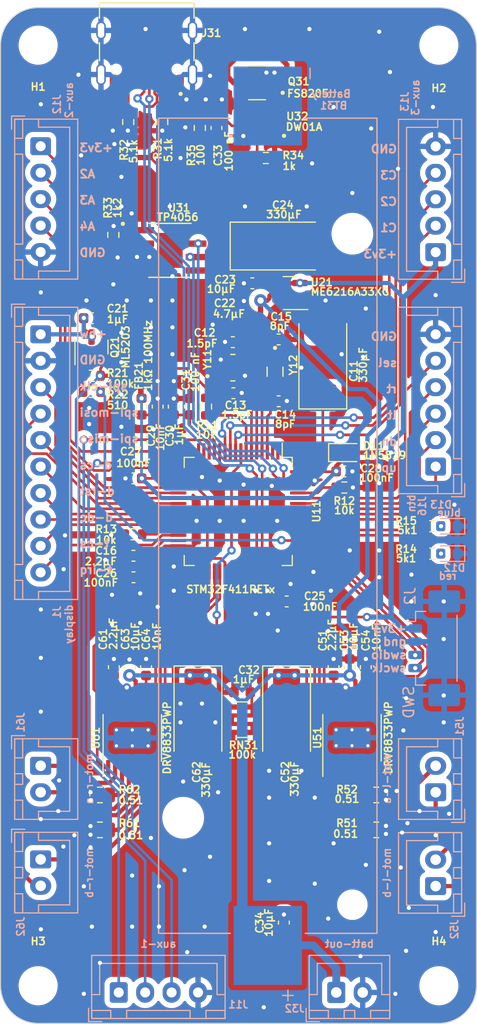
<source format=kicad_pcb>
(kicad_pcb (version 20221018) (generator pcbnew)
  (layers (0 "F.Cu" signal) (31 "B.Cu" signal) (34 "B.Paste" user) (35 "F.Paste" user) (36 "B.SilkS" user "B.Silkscreen") (37 "F.SilkS" user "F.Silkscreen") (38 "B.Mask" user) (39 "F.Mask" user) (44 "Edge.Cuts" user))
  (net 0 "")
  (net 1 "+BATT")
  (net 2 "Net-(U32-GND)")
  (net 3 "Net-(D11-K)")
  (net 4 "GND")
  (net 5 "Net-(U11-PH0)")
  (net 6 "Net-(U11-PH1)")
  (net 7 "Net-(U11-PC14)")
  (net 8 "Net-(U11-PC15)")
  (net 9 "Net-(U11-VCAP1)")
  (net 10 "hwpwr")
  (net 11 "+3V3")
  (net 12 "+3.3VA")
  (net 13 "batt-info")
  (net 14 "Net-(U32-VCC)")
  (net 15 "Net-(U51-VINT)")
  (net 16 "Net-(U51-VCP)")
  (net 17 "Net-(U61-VINT)")
  (net 18 "Net-(U61-VCP)")
  (net 19 "Net-(D12-A)")
  (net 20 "Net-(D13-A)")
  (net 21 "/tch-irq")
  (net 22 "/tch-cs")
  (net 23 "/dspl-dc")
  (net 24 "/dspl-rst")
  (net 25 "/dspl-cs")
  (net 26 "/spi-miso")
  (net 27 "/spi-mosi")
  (net 28 "/spi-clk")
  (net 29 "/swdio")
  (net 30 "/swclk")
  (net 31 "/a0")
  (net 32 "/a1")
  (net 33 "/a2")
  (net 34 "/a3")
  (net 35 "/a4")
  (net 36 "/c1")
  (net 37 "/c2")
  (net 38 "/c3")
  (net 39 "/btn-up")
  (net 40 "/btn-dn")
  (net 41 "/btn-lt")
  (net 42 "/btn-rt")
  (net 43 "/btn-sel")
  (net 44 "usb-5v")
  (net 45 "/usb-d+")
  (net 46 "/usb-d-")
  (net 47 "/usb-cc1")
  (net 50 "/usb-cc2")
  (net 51 "Net-(J51-Pin_1)")
  (net 52 "Net-(J51-Pin_2)")
  (net 53 "Net-(J52-Pin_1)")
  (net 54 "Net-(J52-Pin_2)")
  (net 55 "Net-(J61-Pin_1)")
  (net 56 "Net-(J61-Pin_2)")
  (net 57 "Net-(J62-Pin_1)")
  (net 58 "Net-(J62-Pin_2)")
  (net 59 "Net-(Q21-G)")
  (net 60 "Net-(Q31-Pad2)")
  (net 61 "Net-(U32-OC)")
  (net 62 "Net-(U32-OD)")
  (net 63 "Net-(U11-NRST)")
  (net 64 "Net-(U11-BOOT0)")
  (net 65 "Net-(U11-PB2)")
  (net 66 "/led-r")
  (net 67 "/led-b")
  (net 68 "hwen")
  (net 69 "Net-(U31-PROG)")
  (net 70 "Net-(U32-CS)")
  (net 71 "Net-(U51-AISEN)")
  (net 72 "Net-(U51-BISEN)")
  (net 73 "Net-(U61-AISEN)")
  (net 74 "Net-(U61-BISEN)")
  (net 75 "Net-(RN31-R2.1)")
  (net 76 "Net-(RN31-R3.2)")
  (net 78 "/mot-r-a1")
  (net 79 "/mot-r-a2")
  (net 80 "/mot-r-b1")
  (net 81 "/mot-r-b2")
  (net 82 "/mot-l-a1")
  (net 83 "/mot-l-a2")
  (net 84 "/mot-l-b1")
  (net 85 "/mot-l-b2")
  (net 86 "/mot-l-flt")
  (net 87 "/mot-slp")
  (net 89 "/mot-r-flt")
  (net 91 "/chg-sb")
  (net 92 "/chg-act")
  (footprint "Resistor_SMD:R_0603_1608Metric" (layer "F.Cu") (at 91.631 77.0128 180)
    (fp_text reference "R14")
    (fp_text value "5k1")
  )
  (footprint "Capacitor_Tantalum_SMD:CP_EIA-7343-20_Kemet-V" (layer "F.Cu") (at 81.28 58.928 90)
    (fp_text reference "C11")
    (fp_text value "330μF")
  )
  (footprint "Diode_SMD:D_SOD-323" (layer "F.Cu") (at 83.439 67.4624)
    (fp_text reference "D11")
    (fp_text value "1N5819")
  )
  (footprint "Resistor_SMD:R_0603_1608Metric" (layer "F.Cu") (at 59.436 61.722)
    (fp_text reference "R22")
    (fp_text value "510")
  )
  (footprint "Package_SO:HTSSOP-16-1EP_4.4x5mm_P0.65mm_EP3.4x5mm_Mask2.46x2.31mm_ThermalVias" (layer "F.Cu") (at 63.257 94.4295 90)
    (fp_text reference "U61")
    (fp_text value "DRV8833PWP")
  )
  (footprint "Package_TO_SOT_SMD:SOT-23" (layer "F.Cu") (at 78.1835 52.385 180)
    (fp_text reference "U21")
    (fp_text value "ME6216A33XG")
  )
  (footprint "Resistor_SMD:R_0805_2012Metric" (layer "F.Cu") (at 86.3346 99.822 180)
    (fp_text reference "R52")
    (fp_text value "0.51")
  )
  (footprint "Capacitor_SMD:C_0603_1608Metric" (layer "F.Cu") (at 71.2216 36.7792 -90)
    (fp_text reference "C33")
    (fp_text value "100 nF")
  )
  (footprint "Capacitor_SMD:C_0603_1608Metric" (layer "F.Cu") (at 63.3722 77.216 180)
    (fp_text reference "C16")
    (fp_text value "2.2μF")
  )
  (footprint "TYPE-C-31-M-12:HRO_TYPE-C-31-M-12" (layer "F.Cu") (at 64.628 27.5612 180)
    (fp_text reference "J31")
    (fp_text value "TYPE-C-31-M-12" hide)
  )
  (footprint "Resistor_SMD:R_0603_1608Metric" (layer "F.Cu") (at 91.631 74.422 180)
    (fp_text reference "R15")
    (fp_text value "5k1")
  )
  (footprint "Capacitor_SMD:C_0603_1608Metric" (layer "F.Cu") (at 68.707 63.119 -90)
    (fp_text reference "C31")
    (fp_text value "100 nF")
  )
  (footprint "Resistor_SMD:R_0603_1608Metric" (layer "F.Cu") (at 63.373 75.184 180)
    (fp_text reference "R13")
    (fp_text value "10k")
  )
  (footprint "Capacitor_SMD:C_0603_1608Metric" (layer "F.Cu") (at 83.82 87.7446 90)
    (fp_text reference "C53")
    (fp_text value "10μF")
  )
  (footprint "Package_QFP:LQFP-64_10x10mm_P0.5mm" (layer "F.Cu") (at 73.279 73.025 -90)
    (fp_text reference "U11")
    (fp_text value "STM32F411RETx")
  )
  (footprint "Capacitor_SMD:C_0603_1608Metric" (layer "F.Cu") (at 83.312 69.2404 180)
    (fp_text reference "C28")
    (fp_text value "100nF")
  )
  (footprint "MountingHole:MountingHole_3.2mm_M3" (layer "F.Cu") (at 54.356 28.956)
    (fp_text reference "H1")
    (fp_text value "MountingHole" hide)
  )
  (footprint "Capacitor_SMD:C_0603_1608Metric" (layer "F.Cu") (at 64.5634 87.757 90)
    (fp_text reference "C64")
    (fp_text value "10nF")
  )
  (footprint "Capacitor_SMD:C_0603_1608Metric" (layer "F.Cu") (at 73.649 90.113)
    (fp_text reference "C32")
    (fp_text value "1μF")
  )
  (footprint "Capacitor_SMD:C_0603_1608Metric" (layer "F.Cu") (at 77.864 81.534)
    (fp_text reference "C25")
    (fp_text value "100nF")
  )
  (footprint "Capacitor_SMD:C_0603_1608Metric" (layer "F.Cu") (at 74.611 51.464 180)
    (fp_text reference "C23")
    (fp_text value "10μF")
  )
  (footprint "Capacitor_Tantalum_SMD:CP_EIA-7343-20_Kemet-V" (layer "F.Cu") (at 77.851 92.0379 -90)
    (fp_text reference "C52")
    (fp_text value "330μF")
  )
  (footprint "Capacitor_SMD:C_0603_1608Metric" (layer "F.Cu") (at 77.102 62.611 180)
    (fp_text reference "C14")
    (fp_text value "8pF")
  )
  (footprint "Resistor_SMD:R_0603_1608Metric" (layer "F.Cu") (at 66.0908 36.2204 90)
    (fp_text reference "R31")
    (fp_text value "5.1k")
  )
  (footprint "Resistor_SMD:R_0603_1608Metric" (layer "F.Cu") (at 62.8754 36.2204 90)
    (fp_text reference "R32")
    (fp_text value "5.1k")
  )
  (footprint "Capacitor_SMD:C_0603_1608Metric" (layer "F.Cu") (at 72.771 57.0265)
    (fp_text reference "C12")
    (fp_text value "1.5pF")
  )
  (footprint "Capacitor_SMD:C_0603_1608Metric" (layer "F.Cu") (at 77.597 111.887 -90)
    (fp_text reference "C34")
    (fp_text value "10μF")
  )
  (footprint "Resistor_SMD:R_0603_1608Metric" (layer "F.Cu") (at 61.468 46.8884 90)
    (fp_text reference "R33")
    (fp_text value "1k2")
  )
  (footprint "Package_TO_SOT_SMD:SOT-23" (layer "F.Cu") (at 59.4004 57.4825 90)
    (fp_text reference "Q21")
    (fp_text value "ML5203")
  )
  (footprint "Capacitor_SMD:C_0603_1608Metric" (layer "F.Cu") (at 85.344 87.7446 90)
    (fp_text reference "C54")
    (fp_text value "10nF")
  )
  (footprint "Capacitor_Tantalum_SMD:CP_EIA-7343-20_Kemet-V" (layer "F.Cu") (at 76.9295 47.94)
    (fp_text reference "C24")
    (fp_text value "330μF")
  )
  (footprint "Resistor_SMD:R_0603_1608Metric" (layer "F.Cu") (at 59.436 60.198)
    (fp_text reference "R21")
    (fp_text value "100k")
  )
  (footprint "Resistor_SMD:R_0603_1608Metric" (layer "F.Cu") (at 69.6468 36.7792 -90)
    (fp_text reference "R35")
    (fp_text value "100")
  )
  (footprint "Capacitor_SMD:C_0603_1608Metric" (layer "F.Cu") (at 63.3722 79.248 180)
    (fp_text reference "C26")
    (fp_text value "100nF")
  )
  (footprint "Resistor_SMD:R_0603_1608Metric" (layer "F.Cu") (at 75.8952 39.624)
    (fp_text reference "R34")
    (fp_text value "1k")
  )
  (footprint "Capacitor_SMD:C_0603_1608Metric" (layer "F.Cu") (at 61.5154 87.744 90)
    (fp_text reference "C61")
    (fp_text value "2.2μF")
  )
  (footprint "Capacitor_SMD:C_0603_1608Metric" (layer "F.Cu") (at 59.436 54.7624)
    (fp_text reference "C21")
    (fp_text value "1μF")
  )
  (footprint "Capacitor_SMD:C_0603_1608Metric" (layer "F.Cu") (at 65.659 63.119 -90)
    (fp_text reference "C29")
    (fp_text value "10nF")
  )
  (footprint "MountingHole:MountingHole_3.2mm_M3" (layer "F.Cu") (at 54.356 117.856)
    (fp_text reference "H3")
    (fp_text value "MountingHole" hide)
  )
  (footprint "Capacitor_SMD:C_0603_1608Metric" (layer "F.Cu") (at 67.183 63.119 -90)
    (fp_text reference "C30")
    (fp_text value "1μF")
  )
  (footprint "Capacitor_SMD:C_0603_1608Metric" (layer "F.Cu") (at 74.611 53.115 180)
    (fp_text reference "C22")
    (fp_text value "4.7μF")
  )
  (footprint "TP4056:SOP127P600X175-9N" (layer "F.Cu") (at 66.8162 48.3484)
    (fp_text reference "U31")
    (fp_text value "TP4056")
  )
  (footprint "MountingHole:MountingHole_3.2mm_M3" (layer "F.Cu") (at 92.2528 28.956)
    (fp_text reference "H2")
    (fp_text value "MountingHole" hide)
  )
  (footprint "Resistor_SMD:R_0603_1608Metric" (layer "F.Cu") (at 83.312 70.7644 180)
    (fp_text reference "R12")
    (fp_text value "10k")
  )
  (footprint "Capacitor_SMD:C_0603_1608Metric" (layer "F.Cu") (at 82.296 87.7446 90)
    (fp_text reference "C51")
    (fp_text value "2.2μF")
  )
  (footprint "Capacitor_SMD:C_0603_1608Metric" (layer "F.Cu") (at 72.8218 61.8525)
    (fp_text reference "C13")
    (fp_text value "1.5pF")
  )
  (footprint "Package_SO:HTSSOP-16-1EP_4.4x5mm_P0.65mm_EP3.4x5mm_Mask2.46x2.31mm_ThermalVias" (layer "F.Cu") (at 84.0376 94.4171 90)
    (fp_text reference "U51")
    (fp_text value "DRV8833PWP")
  )
  (footprint "NX3215SA-32.768K-STD-MUA-14:XTAL_NX3215SA-32.768K-STD-MUA-14" (layer "F.Cu") (at 76.7588 59.817 -90)
    (fp_text reference "Y12")
    (fp_text value "NX3215SA 32.768K" hide)
  )
  (footprint "Resistor_SMD:R_0603_1608Metric" (layer "F.Cu") (at 70.231 63.119 -90)
    (fp_text reference "R11")
    (fp_text value "10k")
  )
  (footprint "FS8205:SOT95P280X145-6N" (layer "F.Cu") (at 75.057 32.512 180)
    (fp_text reference "Q31")
    (fp_text value "FS8205")
  )
  (footprint "Resistor_SMD:R_0805_2012Metric" (layer "F.Cu") (at 60.198 99.822)
    (fp_text reference "R61")
    (fp_text value "0.51")
  )
  (footprint "Capacitor_SMD:C_0603_1608Metric" (layer "F.Cu") (at 63.373 69.9008 180)
    (fp_text reference "C27")
    (fp_text value "100nF")
  )
  (footprint "Resistor_SMD:R_0805_2012Metric" (layer "F.Cu") (at 86.3346 103.124 180)
    (fp_text reference "R51")
    (fp_text value "0.51")
  )
  (footprint "Resistor_SMD:R_Array_Convex_4x0603" (layer "F.Cu") (at 73.66 92.71)
    (fp_text reference "RN31")
    (fp_text value "100k")
  )
  (footprint "TSX-3225_16.0000MF18X-AC3:XTAL_TSX-3225_16.0000MF18X-AC3" (layer "F.Cu") (at 72.771 59.4395)
    (fp_text reference "Y11")
    (fp_text value "XTAL3225 25MHz" hide)
  )
  (footprint "Capacitor_Tantalum_SMD:CP_EIA-7343-20_Kemet-V" (layer "F.Cu") (at 69.469 92.0379 -90)
    (fp_text reference "C62")
    (fp_text value "330μF")
  )
  (footprint "Inductor_SMD:L_0603_1608Metric" (layer "F.Cu") (at 64.135 63.119 -90)
    (fp_text reference "FB21")
    (fp_text value "1kΩ 100MHz")
  )
  (footprint "Resistor_SMD:R_0805_2012Metric" (layer "F.Cu") (at 60.198 103.124)
    (fp_text reference "R62")
    (fp_text value "0.51")
  )
  (footprint "MountingHole:MountingHole_3.2mm_M3" (layer "F.Cu") (at 92.2528 117.856)
    (fp_text reference "H4")
    (fp_text value "MountingHole" hide)
  )
  (footprint "Capacitor_SMD:C_0603_1608Metric" (layer "F.Cu") (at 63.0394 87.757 90)
    (fp_text reference "C63")
    (fp_text value "10μF")
  )
  (footprint "DW01A:SOT95P280X145-6N" (layer "F.Cu") (at 75.057 36.576 180)
    (fp_text reference "U32")
    (fp_text value "DW01A")
  )
  (footprint "Capacitor_SMD:C_0603_1608Metric" (layer "F.Cu") (at 77.102 56.769 180)
    (fp_text reference "C15")
    (fp_text value "8pF")
  )
  (footprint "Connector_Molex:Molex_PicoBlade_53398-0471_1x04-1MP_P1.25mm_Vertical" (layer "B.Cu") (at 91.2608 85.9582 -90)
    (fp_text reference "J2")
    (fp_text value "SWD")
  )
  (footprint "Connector_JST:JST_XH_B10B-XH-A_1x10_P2.50mm_Vertical" (layer "B.Cu") (at 54.593 56.2864 -90)
    (fp_text reference "J1")
    (fp_text value "display")
  )
  (footprint "Connector_JST:JST_XH_B2B-XH-A_1x02_P2.50mm_Vertical" (layer "B.Cu") (at 91.948 108.438 90)
    (fp_text reference "J52")
    (fp_text value "mot-l-b")
  )
  (footprint "Connector_JST:JST_XH_B4B-XH-A_1x04_P2.50mm_Vertical" (layer "B.Cu") (at 61.976 118.491)
    (fp_text reference "J11")
    (fp_text value "aux-1")
  )
  (footprint "Connector_JST:JST_XH_B6B-XH-A_1x06_P2.50mm_Vertical" (layer "B.Cu") (at 91.948 68.7864 90)
    (fp_text reference "J16")
    (fp_text value "btn")
  )
  (footprint "Connector_JST:JST_XH_B5B-XH-A_1x05_P2.50mm_Vertical" (layer "B.Cu") (at 91.948 48.521 90)
    (fp_text reference "J13")
    (fp_text value "aux-3")
  )
  (footprint "LED_SMD:LED_0603_1608Metric" (layer "B.Cu") (at 93.218 77.0124 180)
    (fp_text reference "D12")
    (fp_text value "red")
  )
  (footprint "Connector_JST:JST_XH_B2B-XH-A_1x02_P2.50mm_Vertical" (layer "B.Cu") (at 54.593 105.9126 -90)
    (fp_text reference "J62")
    (fp_text value "mot-r-b")
  )
  (footprint "BAT1042:BAT_1042" (layer "B.Cu") (at 76.073 74.376 -90)
    (fp_text reference "BT31")
    (fp_text value "Battery")
  )
  (footprint "Connector_JST:JST_XH_B2B-XH-A_1x02_P2.50mm_Vertical" (layer "B.Cu") (at 54.593 97.068 -90)
    (fp_text reference "J61")
    (fp_text value "mot-r-a")
  )
  (footprint "LED_SMD:LED_0603_1608Metric" (layer "B.Cu") (at 93.218 74.4224 180)
    (fp_text reference "D13")
    (fp_text value "blue")
  )
  (footprint "Connector_JST:JST_XH_B2B-XH-A_1x02_P2.50mm_Vertical" (layer "B.Cu") (at 91.948 99.568 90)
    (fp_text reference "J51")
    (fp_text value "mot-l-a")
  )
  (footprint "Connector_JST:JST_XH_B5B-XH-A_1x05_P2.50mm_Vertical" (layer "B.Cu") (at 54.593 38.5064 -90)
    (fp_text reference "J12")
    (fp_text value "aux-2")
  )
  (footprint "Connector_JST:JST_XH_B2B-XH-A_1x02_P2.50mm_Vertical" (layer "B.Cu") (at 82.55 118.491)
    (fp_text reference "J32")
    (fp_text value "batt-out")
  )
  (gr_arc (start 92.2528 25.4) (mid 94.767272 26.441528) (end 95.8088 28.956) (stroke (width 0.1)) (layer "Edge.Cuts"))
  (gr_line (start 95.8088 117.856) (end 95.8088 28.956) (stroke (width 0.1)) (layer "Edge.Cuts"))
  (gr_arc (start 54.356 121.412) (mid 51.841528 120.370472) (end 50.8 117.856) (stroke (width 0.1)) (layer "Edge.Cuts"))
  (gr_line (start 54.356 121.412) (end 92.2528 121.412) (stroke (width 0.1)) (layer "Edge.Cuts"))
  (gr_arc (start 95.8088 117.856) (mid 94.767272 120.370472) (end 92.2528 121.412) (stroke (width 0.1)) (layer "Edge.Cuts"))
  (gr_line (start 92.2528 25.4) (end 54.356 25.4) (stroke (width 0.1)) (layer "Edge.Cuts"))
  (gr_arc (start 50.8 28.956) (mid 51.841528 26.441528) (end 54.356 25.4) (stroke (width 0.1)) (layer "Edge.Cuts"))
  (gr_line (start 50.8 28.956) (end 50.8 117.856) (stroke (width 0.1)) (layer "Edge.Cuts"))
  (gr_text "GND\n\nC3\n\nC2\n\nC1\n\n+3v3" (at 88.392 49.149) (layer "B.SilkS") (effects (font (size 0.77 0.8) (thickness 0.18) bold) (justify left bottom mirror)))
  (gr_text "+hw\n\nGND\n\nspi-clk\n\nspi-mosi\n\nspi-miso\n\nd-cs\n\nd-rst\n\nd-dc\n\nt-cs\n\nt-irq" (at 58.166 78.994) (layer "B.SilkS") (effects (font (size 0.77 0.8) (thickness 0.18) bold) (justify right bottom mirror)))
  (gr_text "+3v3\ngnd\nswdio\nswclk" (at 89.281 88.265) (layer "B.SilkS") (effects (font (size 0.77 0.8) (thickness 0.18) bold) (justify left bottom mirror)))
  (gr_text "GND\n\nsel\n\nrt\n\nlt\n\ndn\n\nup" (at 88.392 69.342) (layer "B.SilkS") (effects (font (size 0.77 0.8) (thickness 0.18) bold) (justify left bottom mirror)))
  (gr_text "+3v3\n\nA2\n\nA3\n\nA4\n\nGND" (at 58.166 49.022) (layer "B.SilkS") (effects (font (size 0.77 0.8) (thickness 0.18) bold) (justify right bottom mirror)))
  (segment (start 63.0428 88.392) (end 62.992 88.519) (width 0.4) (layer "F.Cu") (net 1))
  (segment (start 74.7268 54.864) (end 72.8472 54.864) (width 0.5) (layer "F.Cu") (net 1))
  (segment (start 75.386 54.2048) (end 74.7268 54.864) (width 0.5) (layer "F.Cu") (net 1))
  (segment (start 72.8472 54.864) (end 71.4756 53.4924) (width 0.5) (layer "F.Cu") (net 1))
  (segment (start 76.484 52.385) (end 77.246 52.385) (width 0.4) (layer "F.Cu") (net 1))
  (segment (start 71.4756 50.5968) (end 71.1322 50.2534) (width 0.5) (layer "F.Cu") (net 1))
  (segment (start 76.008 53.115) (end 76.23 52.893) (width 0.4) (layer "F.Cu") (net 1))
  (segment (start 84.3626 89.0622) (end 83.82 88.5196) (width 0.4) (layer "F.Cu") (net 1))
  (segment (start 71.4756 53.4924) (end 71.4756 50.5968) (width 0.5) (layer "F.Cu") (net 1))
  (segment (start 63.582 91.567) (end 63.582 89.0746) (width 0.4) (layer "F.Cu") (net 1))
  (segment (start 69.6468 37.6042) (end 69.6468 41.021) (width 0.25) (layer "F.Cu") (net 1))
  (segment (start 75.386 53.115) (end 75.3872 53.086) (width 0.4) (layer "F.Cu") (net 1))
  (segment (start 62.992 88.519) (end 63.0394 88.532) (width 0.4) (layer "F.Cu") (net 1))
  (segment (start 72.0536 91.51) (end 72.76 91.51) (width 0.25) (layer "F.Cu") (net 1))
  (segment (start 69.6468 41.021) (end 71.1327 42.5069) (width 0.25) (layer "F.Cu") (net 1))
  (segment (start 75.3872 53.086) (end 76.008 53.115) (width 0.4) (layer "F.Cu") (net 1))
  (segment (start 84.3626 91.5546) (end 84.3626 89.0622) (width 0.4) (layer "F.Cu") (net 1))
  (segment (start 71.1327 50.2529) (end 71.1322 50.2534) (width 0.25) (layer "F.Cu") (net 1))
  (segment (start 63.582 89.0746) (end 63.0394 88.532) (width 0.4) (layer "F.Cu") (net 1))
  (segment (start 71.1322 50.2534) (end 69.2912 50.2534) (width 0.5) (layer "F.Cu") (net 1))
  (segment (start 76.23 52.639) (end 76.484 52.385) (width 0.4) (layer "F.Cu") (net 1))
  (segment (start 71.1327 42.5069) (end 71.1327 50.2529) (width 0.25) (layer "F.Cu") (net 1))
  (segment (start 76.23 52.893) (end 76.23 52.639) (width 0.4) (layer "F.Cu") (net 1))
  (segment (start 69.469 88.9254) (end 72.0536 91.51) (width 0.25) (layer "F.Cu") (net 1))
  (segment (start 75.386 53.115) (end 75.386 54.2048) (width 0.5) (layer "F.Cu") (net 1))
  (via (at 68.707 88.519) (size 0.8) (drill 0.4) (layers "F.Cu" "B.Cu") (net 1))
  (via (at 83.82 88.519) (size 1.2) (drill 0.6) (layers "F.Cu" "B.Cu") (net 1))
  (via (at 75.3872 53.086) (size 1.2) (drill 0.6) (layers "F.Cu" "B.Cu") (net 1))
  (via (at 70.231 88.519) (size 0.8) (drill 0.4) (layers "F.Cu" "B.Cu") (net 1))
  (via (at 78.613 88.519) (size 0.8) (drill 0.4) (layers "F.Cu" "B.Cu") (net 1))
  (via (at 77.597 111.125) (size 0.8) (drill 0.4) (layers "F.Cu" "B.Cu") (net 1))
  (via (at 77.089 88.519) (size 0.8) (drill 0.4) (layers "F.Cu" "B.Cu") (net 1))
  (via (at 62.992 88.519) (size 1.2) (drill 0.6) (layers "F.Cu" "B.Cu") (net 1))
  (segment (start 78.613 88.519) (end 77.089 88.519) (width 0.4) (layer "B.Cu") (net 1))
  (segment (start 62.992 88.519) (end 68.707 88.519) (width 0.4) (layer "B.Cu") (net 1))
  (segment (start 86.614 64.77) (end 86.614 62.738) (width 0.4) (layer "B.Cu") (net 1))
  (segment (start 82.55 116.205) (end 80.391 114.046) (width 0.75) (layer "B.Cu") (net 1))
  (segment (start 82.804 81.788) (end 85.4964 79.0956) (width 0.4) (layer "B.Cu") (net 1))
  (segment (start 77.089 88.519) (end 76.327 88.519) (width 0.4) (layer "B.Cu") (net 1))
  (segment (start 73.66 111.633) (end 76.073 114.046) (width 1) (layer "B.Cu") (net 1))
  (segment (start 70.993 88.519) (end 73.66 91.186) (width 0.4) (layer "B.Cu") (net 1))
  (segment (start 85.344 61.468) (end 83.7692 61.468) (width 0.4) (layer "B.Cu") (net 1))
  (segment (start 82.55 118.491) (end 82.55 116.205) (width 0.75) (layer "B.Cu") (net 1))
  (segment (start 85.4964 65.8876) (end 86.614 64.77) (width 0.4) (layer "B.Cu") (net 1))
  (segment (start 86.614 62.738) (end 85.344 61.468) (width 0.4) (layer "B.Cu") (net 1))
  (segment (start 83.82 88.519) (end 83.82 84.582) (width 0.4) (layer "B.Cu") (net 1))
  (segment (start 83.82 88.519) (end 78.613 88.519) (width 0.4) (layer "B.Cu") (net 1))
  (segment (start 70.231 88.519) (end 70.993 88.519) (width 0.4) (layer "B.Cu") (net 1))
  (segment (start 83.7692 61.468) (end 75.3872 53.086) (width 0.4) (layer "B.Cu") (net 1))
  (segment (start 82.804 83.566) (end 82.804 81.788) (width 0.4) (layer "B.Cu") (net 1))
  (segment (start 83.82 84.582) (end 82.804 83.566) (width 0.4) (layer "B.Cu") (net 1))
  (segment (start 73.66 91.186) (end 73.66 111.633) (width 1) (layer "B.Cu") (net 1))
  (segment (start 76.327 88.519) (end 73.66 91.186) (width 0.4) (layer "B.Cu") (net 1))
  (segment (start 85.4964 79.0956) (end 85.4964 65.8876) (width 0.4) (layer "B.Cu") (net 1))
  (segment (start 68.707 88.519) (end 70.231 88.519) (width 0.4) (layer "B.Cu") (net 1))
  (segment (start 80.391 114.046) (end 76.073 114.046) (width 0.75) (layer "B.Cu") (net 1))
  (segment (start 71.2498 37.526) (end 71.2216 37.5542) (width 0.25) (layer "F.Cu") (net 2))
  (segment (start 73.802 37.526) (end 71.2498 37.526) (width 0.25) (layer "F.Cu") (net 2))
  (via (at 73.7616 37.5412) (size 0.8) (drill 0.4) (layers "F.Cu" "B.Cu") (net 2))
  (via (at 76.708 31.5468) (size 0.8) (drill 0.4) (layers "F.Cu" "B.Cu") (net 2))
  (via (at 75.946 31.5468) (size 0.8) (drill 0.4) (layers "F.Cu" "B.Cu") (net 2))
  (segment (start 81.28 62.0405) (end 81.28 67.4624) (width 0.25) (layer "F.Cu") (net 3))
  (segment (start 82.389 67.4624) (end 81.28 67.4624) (width 0.25) (layer "F.Cu") (net 3))
  (segment (start 77.1414 67.4624) (end 77.029 67.35) (width 0.25) (layer "F.Cu") (net 3))
  (segment (start 77.002403 67.533831) (end 77.002403 67.523597) (width 0.25) (layer "F.Cu") (net 3))
  (segment (start 81.28 67.4624) (end 77.1414 67.4624) (width 0.25) (layer "F.Cu") (net 3))
  (segment (start 78.954 69.775) (end 80.189 69.775) (width 0.25) (layer "F.Cu") (net 4))
  (segment (start 80.189 69.775) (end 80.518 70.104) (width 0.25) (layer "F.Cu") (net 4))
  (segment (start 61.428 32.3112) (end 61.428 33.6188) (width 0.5) (layer "F.Cu") (net 4))
  (segment (start 73.9125 60.198) (end 73.914 60.198) (width 0.25) (layer "F.Cu") (net 4))
  (segment (start 71.671 58.6395) (end 71.6365 58.6395) (width 0.25) (layer "F.Cu") (net 4))
  (segment (start 62.932 89.856) (end 62.738 89.662) (width 0.4) (layer "F.Cu") (net 4))
  (segment (start 62.5734 46.0634) (end 61.5066 46.0634) (width 0.4) (layer "F.Cu") (net 4))
  (segment (start 87.2471 99.822) (end 87.884 99.822) (width 0.5) (layer "F.Cu") (net 4))
  (segment (start 61.4802 46.0634) (end 61.468 46.0634) (width 0.4) (layer "F.Cu") (net 4))
  (segment (start 76.529 78.7) (end 76.529 80.0366) (width 0.25) (layer "F.Cu") (net 4))
  (segment (start 73.914 60.1965) (end 73.871 60.2395) (width 0.25) (layer "F.Cu") (net 4))
  (segment (start 61.5066 46.0634) (end 61.4934 46.0502) (width 0.4) (layer "F.Cu") (net 4))
  (segment (start 61.4934 46.0502) (end 61.4802 46.0634) (width 0.4) (layer "F.Cu") (net 4))
  (segment (start 71.996 57.0265) (end 72.0344 56.9976) (width 0.25) (layer "F.Cu") (net 4))
  (segment (start 76.312 33.462) (end 78.2168 33.462) (width 0.6) (layer "F.Cu") (net 4))
  (segment (start 83.7126 91.5546) (end 83.7126 89.9356) (width 0.4) (layer "F.Cu") (net 4))
  (segment (start 71.7055 58.6395) (end 72.1015 58.6395) (width 0.25) (layer "F.Cu") (net 4))
  (segment (start 72.0344 56.9976) (end 71.996 58.3145) (width 0.25) (layer "F.Cu") (net 4))
  (segment (start 73.6092 61.8236) (end 73.5968 61.8112) (width 0.25) (layer "F.Cu") (net 4))
  (segment (start 69.342 76.021) (end 69.088 76.275) (width 0.25) (layer "F.Cu") (net 4))
  (segment (start 73.7015 60.2395) (end 73.871 60.2395) (width 0.25) (layer "F.Cu") (net 4))
  (segment (start 83.7126 89.9356) (end 83.439 89.662) (width 0.4) (layer "F.Cu") (net 4))
  (segment (start 69.8488 69.775) (end 69.85 69.7738) (width 0.25) (layer "F.Cu") (net 4))
  (segment (start 71.628 58.674) (end 71.7055 58.6395) (width 0.25) (layer "F.Cu") (net 4))
  (segment (start 69.342 73.914) (end 69.342 76.021) (width 0.25) (layer "F.Cu") (net 4))
  (segment (start 64.390396 78.232) (end 61.341 78.232) (width 0.25) (layer "F.Cu") (net 4))
  (segment (start 71.6365 58.6395) (end 71.628 58.674) (width 0.25) (layer "F.Cu") (net 4))
  (segment (start 72.1015 58.6395) (end 73.7015 60.2395) (width 0.25) (layer "F.Cu") (net 4))
  (segment (start 73.5968 61.836) (end 73.6092 61.8236) (width 0.25) (layer "F.Cu") (net 4))
  (segment (start 68.3768 34.1376) (end 68.326 34.0868) (width 0.5) (layer "F.Cu") (net 4))
  (segment (start 73.914 60.198) (end 73.914 60.1965) (width 0.25) (layer "F.Cu") (net 4))
  (segment (start 73.5968 60.5137) (end 73.9125 60.198) (width 0.25) (layer "F.Cu") (net 4))
  (segment (start 68.3768 34.0868) (end 68.3768 34.1376) (width 0.5) (layer "F.Cu") (net 4))
  (segment (start 66.347396 76.275) (end 64.390396 78.232) (width 0.25) (layer "F.Cu") (net 4))
  (segment (start 87.884 99.822) (end 88.265 99.441) (width 0.5) (layer "F.Cu") (net 4))
  (segment (start 76.529 80.0366) (end 76.0476 80.518) (width 0.25) (layer "F.Cu") (net 4))
  (segment (start 67.604 69.775) (end 69.8488 69.775) (width 0.25) (layer "F.Cu") (net 4))
  (segment (start 68.326 34.0868) (end 68.3768 34.0868) (width 0.5) (layer "F.Cu") (net 4))
  (segment (start 67.828 33.5888) (end 68.326 34.0868) (width 0.5) (layer "F.Cu") (net 4))
  (segment (start 67.604 76.275) (end 69.088 76.275) (width 0.25) (layer "F.Cu") (net 4))
  (segment (start 67.604 76.275) (end 66.347396 76.275) (width 0.25) (layer "F.Cu") (net 4))
  (segment (start 67.828 32.3112) (end 67.828 33.5888) (width 0.5) (layer "F.Cu") (net 4))
  (segment (start 71.996 58.3145) (end 71.671 58.6395) (width 0.25) (layer "F.Cu") (net 4))
  (segment (start 71.529 67.35) (end 71.529 70.1014) (width 0.25) (layer "F.Cu") (net 4))
  (segment (start 73.5968 61.8525) (end 73.5968 61.836) (width 0.25) (layer "F.Cu") (net 4))
  (segment (start 61.428 33.6188) (end 60.96 34.0868) (width 0.5) (layer "F.Cu") (net 4))
  (segment (start 73.5968 61.8112) (end 73.5968 60.5137) (width 0.25) (layer "F.Cu") (net 4))
  (segment (start 71.529 70.1014) (end 71.5264 70.104) (width 0.25) (layer "F.Cu") (net 4))
  (segment (start 62.932 91.567) (end 62.932 89.856) (width 0.4) (layer "F.Cu") (net 4))
  (segment (start 62.9534 46.4434) (end 62.5734 46.0634) (width 0.4) (layer "F.Cu") (net 4))
  (segment (start 64.3412 46.4434) (end 62.9534 46.4434) (width 0.4) (layer "F.Cu") (net 4))
  (via (at 65.024 58.166) (size 0.8) (drill 0.4) (layers "F.Cu" "B.Cu") (net 4))
  (via (at 64.5668 86.9696) (size 0.8) (drill 0.4) (layers "F.Cu" "B.Cu") (net 4))
  (via (at 84.836 115.062) (size 0.8) (drill 0.4) (layers "F.Cu" "B.Cu") (net 4))
  (via (at 61.341 80.899) (size 0.8) (drill 0.4) (layers "F.Cu" "B.Cu") (net 4))
  (via (at 71.5264 73.914) (size 0.8) (drill 0.4) (layers "F.Cu" "B.Cu") (net 4))
  (via (at 68.453 114.681) (size 0.8) (drill 0.4) (layers "F.Cu" "B.Cu") (net 4))
  (via (at 59.309 99.568) (size 0.8) (drill 0.4) (layers "F.Cu" "B.Cu") (net 4))
  (via (at 79.248 59.436) (size 0.8) (drill 0.4) (layers "F.Cu" "B.Cu") (net 4))
  (via (at 80.518 108.204) (size 0.8) (drill 0.4) (layers "F.Cu" "B.Cu") (net 4))
  (via (at 86.614 79.248) (size 0.8) (drill 0.4) (layers "F.Cu" "B.Cu") (net 4))
  (via (at 70.866 55.372) (size 0.8) (drill 0.4) (layers "F.Cu" "B.Cu") (net 4))
  (via (at 85.344 86.9696) (size 0.8) (drill 0.4) (layers "F.Cu" "B.Cu") (net 4))
  (via (at 60.706 77.597) (size 0.8) (drill 0.4) (layers "F.Cu" "B.Cu") (net 4))
  (via (at 76.0984 82.7024) (size 0.8) (drill 0.4) (layers "F.Cu" "B.Cu") (net 4))
  (via (at 56.7436 104.6988) (size 0.8) (drill 0.4) (layers "F.Cu" "B.Cu") (net 4))
  (via (at 90.424 101.346) (size 0.8) (drill 0.4) (layers "F.Cu" "B.Cu") (net 4))
  (via (at 61.2648 75.2348) (size 0.8) (drill 0.4) (layers "F.Cu" "B.Cu") (net 4))
  (via (at 77.0128 84.2772) (size 0.8) (drill 0.4) (layers "F.Cu" "B.Cu") (net 4))
  (via (at 54.61 112.522) (size 0.8) (drill 0.4) (layers "F.Cu" "B.Cu") (net 4))
  (via (at 68.2752 36.7284) (size 0.8) (drill 0.4) (layers "F.Cu" "B.Cu") (net 4))
  (via (at 63.1952 44.8564) (size 0.8) (drill 0.4) (layers "F.Cu" "B.Cu") (net 4))
  (via (at 81.788 111.506) (size 0.8) (drill 0.4) (layers "F.Cu" "B.Cu") (net 4))
  (via (at 67.056 50.8) (size 0.8) (drill 0.4) (layers "F.Cu" "B.Cu") (net 4))
  (via (at 82.296 86.9696) (size 0.8) (drill 0.4) (layers "F.Cu" "B.Cu") (net 4))
  (via (at 62.23 44.196) (size 0.8) (drill 0.4) (layers "F.Cu" "B.Cu") (net 4))
  (via (at 56.769 78.486) (size 0.8) (drill 0.4) (layers "F.Cu" "B.Cu") (net 4))
  (via (at 59.309 102.7684) (size 0.8) (drill 0.4) (layers "F.Cu" "B.Cu") (net 4))
  (via (at 59.182 64.77) (size 0.8) (drill 0.4) (layers "F.Cu" "B.Cu") (net 4))
  (via (at 68.199 106.934) (size 0.8) (drill 0.4) (layers "F.Cu" "B.Cu") (net 4))
  (via (at 67.056 58.166) (size 0.8) (drill 0.4) (layers "F.Cu" "B.Cu") (net 4))
  (via (at 76.2 97.536) (size 0.8) (drill 0.4) (layers "F.Cu" "B.Cu") (net 4))
  (via (at 61.4172 37.0332) (size 0.8) (drill 0.4) (layers "F.Cu" "B.Cu") (net 4))
  (via (at 88.265 99.441) (size 0.8) (drill 0.4) (layers "F.Cu" "B.Cu") (net 4))
  (via (at 84.1248 70.7644) (size 0.8) (drill 0.4) (layers "F.Cu" "B.Cu") (net 4))
  (via (at 67.056 65.278) (size 0.8) (drill 0.4) (layers "F.Cu" "B.Cu") (net 4))
  (via (at 69.85 91.186) (size 0.8) (drill 0.4) (layers "F.Cu" "B.Cu") (net 4))
  (via (at 62.738 53.086) (size 0.8) (drill 0.4) (layers "F.Cu" "B.Cu") (net 4))
  (via (at 70.2056 34.0868) (size 0.8) (drill 0.4) (layers "F.Cu" "B.Cu") (net 4))
  (via (at 65.659 60.706) (size 0.8) (drill 0.4) (layers "F.Cu" "B.Cu") (net 4))
  (via (at 81.534 53.086) (size 0.8) (drill 0.4) (layers "F.Cu" "B.Cu") (net 4))
  (via (at 87.249 102.743) (size 0.8) (drill 0.4) (layers "F.Cu" "B.Cu") (net 4))
  (via (at 87.249 99.441) (size 0.8) (drill 0.4) (layers "F.Cu" "B.Cu") (net 4))
  (via (at 65.786 112.268) (size 0.8) (drill 0.4) (layers "F.Cu" "B.Cu") (net 4))
  (via (at 87.249 103.505) (size 0.8) (drill 0.4) (layers "F.Cu" "B.Cu") (net 4))
  (via (at 88.138 118.618) (size 0.8) (drill 0.4) (layers "F.Cu" "B.Cu") (net 4))
  (via (at 61.5188 86.9696) (size 0.8) (drill 0.4) (layers "F.Cu" "B.Cu") (net 4))
  (via (at 59.182 63.246) (size 0.8) (drill 0.4) (layers "F.Cu" "B.Cu") (net 4))
  (via (at 76.0476 80.518) (size 0.8) (drill 0.4) (layers "F.Cu" "B.Cu") (net 4))
  (via (at 91.948 112.776) (size 0.8) (drill 0.4) (layers "F.Cu" "B.Cu") (net 4))
  (via (at 91.948 103.632) (size 0.8) (drill 0.4) (layers "F.Cu" "B.Cu") (net 4))
  (via (at 63.7032 48.9712) (size 0.8) (drill 0.4) (layers "F.Cu" "B.Cu") (net 4))
  (via (at 93.218 101.6) (size 0.8) (drill 0.4) (layers "F.Cu" "B.Cu") (net 4))
  (via (at 54.61 82.296) (size 0.8) (drill 0.4) (layers "F.Cu" "B.Cu") (net 4))
  (via (at 62.738 89.662) (size 0.8) (drill 0.4) (layers "F.Cu" "B.Cu") (net 4))
  (via (at 87.249 100.2792) (size 0.8) (drill 0.4) (layers "F.Cu" "B.Cu") (net 4))
  (via (at 67.056 53.086) (size 0.8) (drill 0.4) (layers "F.Cu" "B.Cu") (net 4))
  (via (at 78.232 79.883) (size 0.8) (drill 0.4) (layers "F.Cu" "B.Cu") (net 4))
  (via (at 67.183 78.232) (size 0.8) (drill 0.4) (layers "F.Cu" "B.Cu") (net 4))
  (via (at 58.928 53.086) (size 0.8) (drill 0.4) (layers "F.Cu" "B.Cu") (net 4))
  (via (at 69.342 73.914) (size 0.8) (drill 0.4) (layers "F.Cu" "B.Cu") (net 4))
  (via (at 59.309 103.5812) (size 0.8) (drill 0.4) (layers "F.Cu" "B.Cu") (net 4))
  (via (at 83.058 58.166) (size 0.8) (drill 0.4) (layers "F.Cu" "B.Cu") (net 4))
  (via (at 77.8764 62.5856) (size 0.8) (drill 0.4) (layers "F.Cu" "B.Cu") (net 4))
  (via (at 73.914 60.198) (size 0.8) (drill 0.4) (layers "F.Cu" "B.Cu") (net 4))
  (via (at 62.23 61.976) (size 0.8) (drill 0.4) (layers "F.Cu" "B.Cu") (net 4))
  (via (at 61.5696 38.3032) (size 0.8) (drill 0.4) (layers "F.Cu" "B.Cu") (net 4))
  (via (at 58.674 118.618) (size 0.8) (drill 0.4) (layers "F.Cu" "B.Cu") (net 4))
  (via (at 76.2 107.95) (size 0.8) (drill 0.4) (layers "F.Cu" "B.Cu") (net 4))
  (via (at 73.8124 53.1368) (size 0.8) (drill 0.4) (layers "F.Cu" "B.Cu") (net 4))
  (via (at 56.261 101.346) (size 0.8) (drill 0.4) (layers "F.Cu" "B.Cu") (net 4))
  (via (at 73.6092 61.8236) (size 0.8) (drill 0.4) (layers "F.Cu" "B.Cu") (net 4))
  (via (at 63.246 107.442) (size 0.8) (drill 0.4) (layers "F.Cu" "B.Cu") (net 4))
  (via (at 70.104 112.268) (size 0.8) (drill 0.4) (layers "F.Cu" "B.Cu") (net 4))
  (via (at 54.61 34.544) (size 0.8) (drill 0.4) (layers "F.Cu" "B.Cu") (net 4))
  (via (at 88.9 93.726) (size 0.8) (drill 0.4) (layers "F.Cu" "B.Cu") (net 4))
  (via (at 76.454 70.612) (size 0.8) (drill 0.4) (layers "F.Cu" "B.Cu") (net 4))
  (via (at 72.0344 56.9976) (size 0.8) (drill 0.4) (layers "F.Cu" "B.Cu") (net 4))
  (via (at 89.662 78.994) (size 0.8) (drill 0.4) (layers "F.Cu" "B.Cu") (net 4))
  (via (at 58.674 108.458) (size 0.8) (drill 0.4) (layers "F.Cu" "B.Cu") (net 4))
  (via (at 85.344 53.848) (size 0.8) (drill 0.4) (layers "F.Cu" "B.Cu") (net 4))
  (via (at 92.71 90.424) (size 0.8) (drill 0.4) (layers "F.Cu" "B.Cu") (net 4))
  (via (at 76.2 104.394) (size 0.8) (drill 0.4) (layers "F.Cu" "B.Cu") (net 4))
  (via (at 71.5264 70.104) (size 0.8) (drill 0.4) (layers "F.Cu" "B.Cu") (net 4))
  (via (at 71.7296 34.0868) (size 0.8) (drill 0.4) (layers "F.Cu" "B.Cu") (net 4))
  (via (at 86.614 27.686) (size 0.8) (drill 0.4) (layers "F.Cu" "B.Cu") (net 4))
  (via (at 68.3768 34.0868) (size 0.8) (drill 0.4) (layers "F.Cu" "B.Cu") (net 4))
  (via (at 88.646 106.68) (size 0.8) (drill 0.4) (layers "F.Cu" "B.Cu") (net 4))
  (via (at 79.756 44.196) (size 0.8) (drill 0.4) (layers "F.Cu" "B.Cu") (net 4))
  (via (at 82.296 104.394) (size 0.8) (drill 0.4) (layers "F.Cu" "B.Cu") (net 4))
  (via (at 88.773 103.378) (size 0.8) (drill 0.4) (layers "F.Cu" "B.Cu") (net 4))
  (via (at 61.4934 46.0502) (size 0.8) (drill 0.4) (layers "F.Cu" "B.Cu") (net 4))
  (via (at 82.296 34.798) (size 0.8) (drill 0.4) (layers "F.Cu" "B.Cu") (net 4))
  (via (at 85.852 36.83) (size 0.8) (drill 0.4) (layers "F.Cu" "B.Cu") (net 4))
  (via (at 65.024 103.886) (size 0.8) (drill 0.4) (layers "F.Cu" "B.Cu") (net 4))
  (via (at 58.166 31.75) (size 0.8) (drill 0.4) (layers "F.Cu" "B.Cu") (net 4))
  (via (at 54.61 52.324) (size 0.8) (drill 0.4) (layers "F.Cu" "B.Cu") (net 4))
  (via (at 56.3372 98.4504) (size 0.8) (drill 0.4) (layers "F.Cu" "B.Cu") (net 4))
  (via (at 73.787 73.914) (size 0.8) (drill 0.4) (layers "F.Cu" "B.Cu") (net 4))
  (via (at 76.2 100.076) (size 0.8) (drill 0.4) (layers "F.Cu" "B.Cu") (net 4))
  (via (at 64.516 27.432) (size 0.8) (drill 0.4) (layers "F.Cu" "B.Cu") (net 4))
  (via (at 62.8396 37.0332) (size 0.8) (drill 0.4) (layers "F.Cu" "B.Cu") (net 4))
  (via (at 63.246 112.268) (size 0.8) (drill 0.4) (layers "F.Cu" "B.Cu") (net 4))
  (via (at 64.8716 48.9712) (size 0.8) (drill 0.4) (layers "F.Cu" "B.Cu") (net 4))
  (via (at 66.802 44.196) (size 0.8) (drill 0.4) (layers "F.Cu" "B.Cu") (net 4))
  (via (at 79.248 97.536) (size 0.8) (drill 0.4) (layers "F.Cu" "B.Cu") (net 4))
  (via (at 62.992 87.0204) (size 0.8) (drill 0.4) (layers "F.Cu" "B.Cu") (net 4))
  (via (at 76.962 73.914) (size 0.8) (drill 0.4) (layers "F.Cu" "B.Cu") (net 4))
  (via (at 88.392 40.64) (size 0.8) (drill 0.4) (layers "F.Cu" "B.Cu") (net 4))
  (via (at 61.8744 49.022) (size 0.8) (drill 0.4) (layers "F.Cu" "B.Cu") (net 4))
  (via (at 80.518 100.076) (size 0.8) (drill 0.4) (layers "F.Cu" "B.Cu") (net 4))
  (via (at 80.264 40.132) (size 0.8) (drill 0.4) (layers "F.Cu" "B.Cu") (net 4))
  (via (at 71.12 92.964) (size 0.8) (drill 0.4) (layers "F.Cu" "B.Cu") (net 4))
  (via (at 80.391 78.74) (size 0.8) (drill 0.4) (layers "F.Cu" "B.Cu") (net 4))
  (via (at 67.818 91.186) (size 0.8) (drill 0.4) (layers "F.Cu" "B.Cu") (net 4))
  (via (at 74.93 82.7024) (size 0.8) (drill 0.4) (layers "F.Cu" "B.Cu") (net 4))
  (via (at 73.914 27.432) (size 0.8) (drill 0.4) (layers "F.Cu" "B.Cu") (net 4))
  (via (at 82.042 80.518) (size 0.8) (drill 0.4) (layers "F.Cu" "B.Cu") (net 4))
  (via (at 75.692 119.888) (size 0.8) (drill 0.4) (layers "F.Cu" "B.Cu") (net 4))
  (via (at 67.183 62.357) (size 0.8) (drill 0.4) (layers "F.Cu" "B.Cu") (net 4))
  (via (at 80.01 27.432) (size 0.8) (drill 0.4) (layers "F.Cu" "B.Cu") (net 4))
  (via (at 84.074 69.2404) (size 0.8) (drill 0.4) (layers "F.Cu" "B.Cu") (net 4))
  (via (at 91.694 34.798) (size 0.8) (drill 0.4) (layers "F.Cu" "B.Cu") (net 4))
  (via (at 65.278 65.278) (size 0.8) (drill 0.4) (layers "F.Cu" "B.Cu") (net 4))
  (via (at 64.008 83.566) (size 0.8) (drill 0.4) (layers "F.Cu" "B.Cu") (net 4))
  (via (at 64.008 80.772) (size 0.8) (drill 0.4) (layers "F.Cu" "B.Cu") (net 4))
  (via (at 65.659 62.357) (size 0.8) (drill 0.4) (layers "F.Cu" "B.Cu") (net 4))
  (via (at 83.82 76.708) (size 0.8) (drill 0.4) (layers "F.Cu" "B.Cu") (net 4))
  (via (at 81.788 84.328) (size 0.8) (drill 0.4) (layers "F.Cu" "B.Cu") (net 4))
  (via (at 62.611 69.9008) (size 0.8) (drill 0.4) (layers "F.Cu" "B.Cu") (net 4))
  (via (at 73.8124 51.4604) (size 0.8) (drill 0.4) (layers "F.Cu" "B.Cu") (net 4))
  (via (at 67.183 60.706) (size 0.8) (drill 0.4) (layers "F.Cu" "B.Cu") (net 4))
  (via (at 65.024 55.626) (size 0.8) (drill 0.4) (layers "F.Cu" "B.Cu") (net 4))
  (via (at 84.074 42.926) (size 0.8) (drill 0.4) (layers "F.Cu" "B.Cu") (net 4))
  (via (at 85.344 106.426) (size 0.8) (drill 0.4) (layers "F.Cu" "B.Cu") (net 4))
  (via (at 54.61 91.948) (size 0.8) (drill 0.4) (layers "F.Cu" "B.Cu") (net 4))
  (via (at 65.659 82.042) (size 0.8) (drill 0.4) (layers "F.Cu" "B.Cu") (net 4))
  (via (at 61.341 83.693) (size 0.8) (drill 0.4) (layers "F.Cu" "B.Cu") (net 4))
  (via (at 60.198 115.697) (size 0.8) (drill 0.4) (layers "F.Cu" "B.Cu") (net 4))
  (via (at 89.154 90.678) (size 0.8) (drill 0.4) (layers "F.Cu" "B.Cu") (net 4))
  (via (at 62.23 65.024) (size 0.8) (drill 0.4) (layers "F.Cu" "B.Cu") (net 4))
  (via (at 66.0908 37.0332) (size 0.8) (drill 0.4) (layers "F.Cu" "B.Cu") (net 4))
  (via (at 68.072 98.552) (size 0.8) (drill 0.4) (layers "F.Cu" "B.Cu") (net 4))
  (via (at 62.23 41.402) (size 0.8) (drill 0.4) (layers "F.Cu" "B.Cu") (net 4))
  (via (at 85.09 58.42) (size 0.8) (drill 0.4) (layers "F.Cu" "B.Cu") (net 4))
  (via (at 91.948 52.578) (size 0.8) (drill 0.4) (layers "F.Cu" "B.Cu") (net 4))
  (via (at 89.154 114.554) (size 0.8) (drill 0.4) (layers "F.Cu" "B.Cu") (net 4))
  (via (at 70.612 31.8516) (size 0.8) (drill 0.4) (layers "F.Cu" "B.Cu") (net 4))
  (via (at 54.61 102.108) (size 0.8) (drill 0.4) (layers "F.Cu" "B.Cu") (net 4))
  (via (at 89.408 110.49) (size 0.8) (drill 0.4) (layers "F.Cu" "B.Cu") (net 4))
  (via (at 59.436 112.268) (size 0.8) (drill 0.4) (layers "F.Cu" "B.Cu") (net 4))
  (via (at 59.309 104.775) (size 0.8) (drill 0.4) (layers "F.Cu" "B.Cu") (net 4))
  (via (at 54.61 86.868) (size 0.8) (drill 0.4) (layers "F.Cu" "B.Cu") (net 4))
  (via (at 71.374 99.568) (size 0.8) (drill 0.4) (layers "F.Cu" "B.Cu") (net 4))
  (via (at 74.93 80.518) (size 0.8) (drill 0.4) (layers "F.Cu" "B.Cu") (net 4))
  (via (at 69.85 69.7738) (size 0.8) (drill 0.4) (layers "F.Cu" "B.Cu") (net 4))
  (via (at 89.281 102.489) (size 0.8) (drill 0.4) (layers "F.Cu" "B.Cu") (net 4))
  (via (at 92.71 92.964) (size 0.8) (drill 0.4) (layers "F.Cu" "B.Cu") (net 4))
  (via (at 67.818 92.964) (size 0.8) (drill 0.4) (layers "F.Cu" "B.Cu") (net 4))
  (via (at 70.612 105.664) (size 0.8) (drill 0.4) (layers "F.Cu" "B.Cu") (net 4))
  (via (at 92.71 85.09) (size 0.8) (drill 0.4) (layers "F.Cu" "B.Cu") (net 4))
  (via (at 86.614 76.708) (size 0.8) (drill 0.4) (layers "F.Cu" "B.Cu") (net 4))
  (via (at 73.914 44.196) (size 0.8) (drill 0.4) (layers "F.Cu" "B.Cu") (net 4))
  (via (at 67.818 39.624) (size 0.8) (drill 0.4) (layers "F.Cu" "B.Cu") (net 4))
  (via (at 62.8396 38.354) (size 0.8) (drill 0.4) (layers "F.Cu" "B.Cu") (net 4))
  (via (at 80.518 70.104) (size 0.8) (drill 0.4) (layers "F.Cu" "B.Cu") (net 4))
  (via (at 92.71 81.534) (size 0.8) (drill 0.4) (layers "F.Cu" "B.Cu") (net 4))
  (via (at 67.056 55.626) (size 0.8) (drill 0.4) (layers "F.Cu" "B.Cu") (net 4))
  (via (at 61.468 51.562) (size 0.8) (drill 0.4) (layers "F.Cu" "B.Cu") (net 4))
  (via (at 73.787 70.485) (size 0.8) (drill 0.4) (layers "F.Cu" "B.Cu") (net 4))
  (via (at 56.896 75.2856) (size 0.8) (drill 0.4) (layers "F.Cu" "B.Cu") (net 4))
  (via (at 67.183 80.518) (size 0.8) (drill 0.4) (layers "F.Cu" "B.Cu") (net 4))
  (via (at 71.628 58.674) (size 0.8) (drill 0.4) (layers "F.Cu" "B.Cu") (net 4))
  (via (at 62.23 58.928) (size 0.8) (drill 0.4) (layers "F.Cu" "B.Cu") (net 4))
  (via (at 57.785 103.632) (size 0.8) (drill 0.4) (layers "F.Cu" "B.Cu") (net 4))
  (via (at 62.23 56.134) (size 0.8) (drill 0.4) (layers "F.Cu" "B.Cu") (net 4))
  (via (at 58.42 39.37) (size 0.8) (drill 0.4) (layers "F.Cu" "B.Cu") (net 4))
  (via (at 80.264 81.788) (size 0.8) (drill 0.4) (layers "F.Cu" "B.Cu") (net 4))
  (via (at 59.309 100.33) (size 0.8) (drill 0.4) (layers "F.Cu" "B.Cu") (net 4))
  (via (at 93.726 72.39) (size 0.8) (drill 0.4) (layers "F.Cu" "B.Cu") (net 4))
  (via (at 89.662 81.534) (size 0.8) (drill 0.4) (layers "F.Cu" "B.Cu") (net 4))
  (via (at 65.024 53.086) (size 0.8) (drill 0.4) (layers "F.Cu" "B.Cu") (net 4))
  (via (at 86.614 68.834) (size 0.8) (drill 0.4) (layers "F.Cu" "B.Cu") (net 4))
  (via (at 65.786 108.458) (size 0.8) (drill 0.4) (layers "F.Cu" "B.Cu") (net 4))
  (via (at 87.63 31.496) (size 0.8) (drill 0.4) (layers "F.Cu" "B.Cu") (net 4))
  (via (at 83.439 89.662) (size 0.8) (drill 0.4) (layers "F.Cu" "B.Cu") (net 4))
  (via (at 86.614 70.358) (size 0.8) (drill 0.4) (layers "F.Cu" "B.Cu") (net 4))
  (segment (start 73.546 58.3145) (end 73.871 58.6395) (width 0.25) (layer "F.Cu") (net 5))
  (segment (start 75.029 67.35) (end 75.029 58.9) (width 0.25) (layer "F.Cu") (net 5))
  (segment (start 73.546 57.0265) (end 73.546 58.3145) (width 0.25) (layer "F.Cu") (net 5))
  (segment (start 74.7685 58.6395) (end 73.871 58.6395) (width 0.25) (layer "F.Cu") (net 5))
  (segment (start 75.029 58.9) (end 74.7685 58.6395) (width 0.25) (layer "F.Cu") (net 5))
  (segment (start 72.0468 61.8525) (end 72.0468 62.5218) (width 0.25) (layer "F.Cu") (net 6))
  (segment (start 72.0468 60.6153) (end 71.671 60.2395) (width 0.25) (layer "F.Cu") (net 6))
  (segment (start 74.529 67.35) (end 74.529 63.607) (width 0.25) (layer "F.Cu") (net 6))
  (segment (start 73.787 62.865) (end 72.39 62.865) (width 0.25) (layer "F.Cu") (net 6))
  (segment (start 74.529 63.607) (end 73.787 62.865) (width 0.25) (layer "F.Cu") (net 6))
  (segment (start 72.0468 62.5218) (end 72.39 62.865) (width 0.25) (layer "F.Cu") (net 6))
  (segment (start 72.0468 61.8525) (end 72.0468 60.6153) (width 0.25) (layer "F.Cu") (net 6))
  (segment (start 76.029 67.35) (end 76.029 64.052) (width 0.25) (layer "F.Cu") (net 7))
  (segment (start 76.029 64.052) (end 76.327 63.754) (width 0.25) (layer "F.Cu") (net 7))
  (segment (start 76.327 61.4988) (end 76.7588 61.067) (width 0.25) (layer "F.Cu") (net 7))
  (segment (start 76.327 62.611) (end 76.327 61.4988) (width 0.25) (layer "F.Cu") (net 7))
  (segment (start 76.327 63.754) (end 76.327 62.611) (width 0.25) (layer "F.Cu") (net 7))
  (segment (start 75.9588 59.817) (end 76.327 59.817) (width 0.25) (layer "F.Cu") (net 8))
  (segment (start 75.529 60.2468) (end 75.9588 59.817) (width 0.25) (layer "F.Cu") (net 8))
  (segment (start 76.327 56.769) (end 76.327 58.1352) (width 0.25) (layer "F.Cu") (net 8))
  (segment (start 76.7588 59.3852) (end 76.7588 58.567) (width 0.25) (layer "F.Cu") (net 8))
  (segment (start 75.529 67.35) (end 75.529 60.2468) (width 0.25) (layer "F.Cu") (net 8))
  (segment (start 76.327 59.817) (end 76.7588 59.3852) (width 0.25) (layer "F.Cu") (net 8))
  (segment (start 76.327 58.1352) (end 76.7588 58.567) (width 0.25) (layer "F.Cu") (net 8))
  (segment (start 64.77 77.216) (end 66.211 75.775) (width 0.25) (layer "F.Cu") (net 9))
  (segment (start 64.1472 77.216) (end 64.77 77.216) (width 0.25) (layer "F.Cu") (net 9))
  (segment (start 66.211 75.775) (end 67.604 75.775) (width 0.25) (layer "F.Cu") (net 9))
  (segment (start 58.674 55.8186) (end 59.4004 56.545) (width 0.4) (layer "F.Cu") (net 10))
  (segment (start 58.674 54.737) (end 58.674 55.8186) (width 0.4) (layer "F.Cu") (net 10))
  (via (at 58.674 54.737) (size 0.8) (drill 0.4) (layers "F.Cu" "B.Cu") (net 10))
  (via (at 59.436 56.515) (size 0.8) (drill 0.4) (layers "F.Cu" "B.Cu") (net 10))
  (segment (start 58.674 54.737) (end 58.674 56.515) (width 0.4) (layer "B.Cu") (net 10))
  (segment (start 58.674 56.515) (end 58.4454 56.2864) (width 0.4) (layer "B.Cu") (net 10))
  (segment (start 58.4454 56.2864) (end 54.593 56.2864) (width 0.4) (layer "B.Cu") (net 10))
  (segment (start 59.436 56.515) (end 58.674 56.515) (width 0.4) (layer "B.Cu") (net 10))
  (segment (start 77.089 82.423) (end 77.6732 83.0072) (width 0.25) (layer "F.Cu") (net 11))
  (segment (start 70.037 76.775) (end 70.358 76.454) (width 0.25) (layer "F.Cu") (net 11))
  (segment (start 64.008 62.2045) (end 64.135 62.3315) (width 0.4) (layer "F.Cu") (net 11))
  (segment (start 75.386 50.525) (end 74.96 50.099) (width 0.4) (layer "F.Cu") (net 11))
  (segment (start 70.231 62.294) (end 70.231 61.341) (width 0.25) (layer "F.Cu") (net 11))
  (segment (start 79.092 51.464) (end 79.121 51.435) (width 0.4) (layer "F.Cu") (net 11))
  (segment (start 64.135 60.325) (end 64.008 60.198) (width 0.4) (layer "F.Cu") (net 11))
  (segment (start 67.604 76.775) (end 66.608 76.775) (width 0.25) (layer "F.Cu") (net 11))
  (segment (start 77.089 81.534) (end 77.089 82.423) (width 0.25) (layer "F.Cu") (net 11))
  (segment (start 58.9026 42.816) (end 54.593 38.5064) (width 0.25) (layer "F.Cu") (net 11))
  (segment (start 74.452 50.099) (end 74.96 50.099) (width 0.4) (layer "F.Cu") (net 11))
  (segment (start 75.386 51.464) (end 75.386 50.525) (width 0.4) (layer "F.Cu") (net 11))
  (segment (start 75.386 51.464) (end 79.092 51.464) (width 0.4) (layer "F.Cu") (net 11))
  (segment (start 58.9026 51.0794) (end 58.9026 42.816) (width 0.25) (layer "F.Cu") (net 11))
  (segment (start 64.1604 69.9008) (end 65.5828 69.9008) (width 0.25) (layer "F.Cu") (net 11))
  (segment (start 68.4022 59.5122) (end 64.6938 59.5122) (width 0.25) (layer "F.Cu") (net 11))
  (segment (start 73.817 47.94) (end 73.817 49.464) (width 0.4) (layer "F.Cu") (net 11))
  (segment (start 77.029 78.7) (end 77.029 81.474) (width 0.25) (layer "F.Cu") (net 11))
  (segment (start 64.008 60.198) (end 64.008 62.2045) (width 0.4) (layer "F.Cu") (net 11))
  (segment (start 60.261 60.198) (end 64.008 60.198) (width 0.4) (layer "F.Cu") (net 11))
  (segment (start 60.3504 59.4106) (end 60.3504 58.42) (width 0.25) (layer "F.Cu") (net 11))
  (segment (start 68.868695 70.275) (end 67.604 70.275) (width 0.25) (layer "F.Cu") (net 11))
  (segment (start 66.608 76.775) (end 65.151 78.232) (width 0.25) (layer "F.Cu") (net 11))
  (segment (start 60.261 59.5) (end 60.3504 59.4106) (width 0.25) (layer "F.Cu") (net 11))
  (segment (start 65.151 78.232) (end 65.151 78.74) (width 0.25) (layer "F.Cu") (net 11))
  (segment (start 82.537 69.228) (end 82.55 69.215) (width 0.4) (layer "F.Cu") (net 11))
  (segment (start 65.151 78.74) (end 64.643 79.248) (width 0.25) (layer "F.Cu") (net 11))
  (segment (start 64.008 60.198) (end 64.008 56.1848) (width 0.25) (layer "F.Cu") (net 11))
  (segment (start 64.135 62.3316) (end 64.135 60.325) (width 0.4) (layer "F.Cu") (net 11))
  (segment (start 82.537 69.2404) (end 82.537 69.228) (width 0.4) (layer "F.Cu") (net 11))
  (segment (start 67.604 76.775) (end 70.037 76.775) (width 0.25) (layer "F.Cu") (net 11))
  (segment (start 64.008 56.1848) (end 58.9026 51.0794) (width 0.25) (layer "F.Cu") (net 11))
  (segment (start 64.643 79.248) (end 64.1472 79.248) (width 0.25) (layer "F.Cu") (net 11))
  (segment (start 82.537 69.202) (end 82.537 68.7454) (width 0.4) (layer "F.Cu") (net 11))
  (segment (start 65.5828 69.9008) (end 65.957 70.275) (width 0.25) (layer "F.Cu") (net 11))
  (segment (start 82.5024 69.275) (end 82.537 69.2404) (width 0.25) (layer "F.Cu") (net 11))
  (segment (start 64.135 62.3315) (end 64.135 62.3316) (width 0.25) (layer "F.Cu") (net 11))
  (segment (start 82.55 69.215) (end 82.537 69.202) (width 0.4) (layer "F.Cu") (net 11))
  (segment (start 70.231 61.341) (end 68.4022 59.5122) (width 0.25) (layer "F.Cu") (net 11))
  (segment (start 70.358 76.454) (end 70.358 71.764304) (width 0.25) (layer "F.Cu") (net 11))
  (segment (start 77.029 81.474) (end 77.089 81.534) (width 0.25) (layer "F.Cu") (net 11))
  (segment (start 78.954 69.275) (end 82.5024 69.275) (width 0.25) (layer "F.Cu") (net 11))
  (segment (start 65.957 70.275) (end 67.604 70.275) (width 0.25) (layer "F.Cu") (net 11))
  (segment (start 87.7316 67.4624) (end 84.489 67.4624) (width 0.4) (layer "F.Cu") (net 11))
  (segment (start 77.6732 83.0072) (end 85.4456 83.0072) (width 0.25) (layer "F.Cu") (net 11))
  (segment (start 70.358 71.764304) (end 68.868695 70.275) (width 0.25) (layer "F.Cu") (net 11))
  (segment (start 83.82 67.4624) (end 84.489 67.4624) (width 0.4) (layer "F.Cu") (net 11))
  (segment (start 64.6938 59.5122) (end 64.008 60.198) (width 0.25) (layer "F.Cu") (net 11))
  (segment (start 73.817 49.464) (end 74.452 50.099) (width 0.4) (layer "F.Cu") (net 11))
  (segment (start 82.537 68.7454) (end 83.82 67.4624) (width 0.4) (layer "F.Cu") (net 11))
  (segment (start 64.148 69.9008) (end 64.1604 69.9008) (width 0.25) (layer "F.Cu") (net 11))
  (segment (start 60.2488 60.198) (end 60.261 59.5) (width 0.25) (layer "F.Cu") (net 11))
  (via (at 64.1604 69.9008) (size 0.8) (drill 0.4) (layers "F.Cu" "B.Cu") (net 11))
  (via (at 79.121 51.435) (size 0.8) (drill 0.4) (layers "F.Cu" "B.Cu") (net 11))
  (via (at 82.55 69.215) (size 0.8) (drill 0.4) (layers "F.Cu" "B.Cu") (net 11))
  (via (at 60.198 60.198) (size 0.8) (drill 0.4) (layers "F.Cu" "B.Cu") (net 11))
  (via (at 87.7316 67.4624) (size 0.8) (drill 0.4) (layers "F.Cu" "B.Cu") (net 11))
  (via (at 64.135 62.3316) (size 0.8) (drill 0.4) (layers "F.Cu" "B.Cu") (net 11))
  (via (at 85.4456 83.0072) (size 0.8) (drill 0.4) (layers "F.Cu" "B.Cu") (net 11))
  (segment (start 88.011 66.294) (end 87.9856 66.294) (width 0.5) (layer "B.Cu") (net 11))
  (segment (start 82.55 69.215) (end 80.01 71.755) (width 0.4) (layer "B.Cu") (net 11))
  (segment (start 64.135 62.3316) (end 64.135 69.8754) (width 0.25) (layer "B.Cu") (net 11))
  (segment (start 66.0146 71.755) (end 64.1604 69.9008) (width 0.4) (layer "B.Cu") (net 11))
  (segment (start 64.135 69.8754) (end 64.1604 69.9008) (width 0.25) (layer "B.Cu") (net 11))
  (segment (start 88.9 52.832) (end 88.9 65.405) (width 0.5) (layer "B.Cu") (net 11))
  (segment (start 61.976 118.491) (end 61.976 99.628792) (width 0.25) (layer "B.Cu") (net 11))
  (segment (start 58.224 95.876792) (end 58.224 67.077) (width 0.25) (layer "B.Cu") (net 11))
  (segment (start 57.949 62.447) (end 60.198 60.198) (width 0.25) (layer "B.Cu") (net 11))
  (segment (start 88.9 52.832) (end 91.948 49.784) (width 0.5) (layer "B.Cu") (net 11))
  (segment (start 87.9856 66.294) (end 87.7316 66.548) (width 0.5) (layer "B.Cu") (net 11))
  (segment (start 87.7316 83.0164) (end 88.7984 84.0832) (width 0.5) (layer "B.Cu") (net 11))
  (segment (start 88.7984 84.0832) (end 90.0108 84.0832) (width 0.5) (layer "B.Cu") (net 11))
  (segment (start 79.121 51.435) (end 87.503 51.435) (width 0.4) (layer "B.Cu") (net 11))
  (segment (start 80.01 71.755) (end 66.0146 71.755) (width 0.4) (layer "B.Cu") (net 11))
  (segment (start 58.224 67.077) (end 57.949 66.802) (width 0.25) (layer "B.Cu") (net 11))
  (segment (start 87.7316 67.4624) (end 87.7316 83.0072) (width 0.5) (layer "B.Cu") (net 11))
  (segment (start 91.948 49.784) (end 91.948 48.521) (width 0.5) (layer "B.Cu") (net 11))
  (segment (start 61.976 99.628792) (end 58.224 95.876792) (width 0.25) (layer "B.Cu") (net 11))
  (segment (start 87.503 51.435) (end 88.9 52.832) (width 0.4) (layer "B.Cu") (net 11))
  (segment (start 85.4456 83.0072) (end 87.7316 83.0072) (width 0.5) (layer "B.Cu") (net 11))
  (segment (start 88.9 65.405) (end 88.011 66.294) (width 0.5) (layer "B.Cu") (net 11))
  (segment (start 87.7316 83.0072) (end 87.7316 83.0164) (width 0.5) (layer "B.Cu") (net 11))
  (segment (start 57.949 66.802) (end 57.949 62.447) (width 0.25) (layer "B.Cu") (net 11))
  (segment (start 87.7316 66.548) (end 87.7316 67.4624) (width 0.5) (layer "B.Cu") (net 11))
  (segment (start 68.707 63.894) (end 68.707 64.897) (width 0.25) (layer "F.Cu") (net 12))
  (segment (start 71.029 66.372919) (end 71.029 67.35) (width 0.25) (layer "F.Cu") (net 12))
  (segment (start 70.188081 65.532) (end 71.029 66.372919) (width 0.25) (layer "F.Cu") (net 12))
  (segment (start 68.707 64.897) (end 69.342 65.532) (width 0.25) (layer "F.Cu") (net 12))
  (segment (start 69.342 65.532) (end 70.188081 65.532) (width 0.25) (layer "F.Cu") (net 12))
  (segment (start 68.6945 63.9065) (end 68.707 63.894) (width 0.25) (layer "F.Cu") (net 12))
  (segment (start 64.135 63.9065) (end 68.6945 63.9065) (width 0.25) (layer "F.Cu") (net 12))
  (segment (start 72.644 76.708) (end 72.644 69.469) (width 0.25) (layer "F.Cu") (net 13))
  (segment (start 72.644 69.469) (end 73.533 68.58) (width 0.25) (layer "F.Cu") (net 13))
  (segment (start 74.424 90.113) (end 74.424 87.050631) (width 0.25) (layer "F.Cu") (net 13))
  (segment (start 73.533 68.58) (end 73.533 67.354) (width 0.25) (layer "F.Cu") (net 13))
  (segment (start 74.56 91.51) (end 74.56 90.249) (width 0.25) (layer "F.Cu") (net 13))
  (segment (start 71.247 82.804) (end 71.374 82.804) (width 0.25) (layer "F.Cu") (net 13))
  (segment (start 74.56 92.31) (end 74.56 91.51) (width 0.25) (layer "F.Cu") (net 13))
  (segment (start 74.56 90.249) (end 74.424 90.113) (width 0.25) (layer "F.Cu") (net 13))
  (segment (start 73.533 67.354) (end 73.529 67.35) (width 0.25) (layer "F.Cu") (net 13))
  (segment (start 71.247 83.873631) (end 74.424 87.050631) (width 0.25) (layer "F.Cu") (net 13))
  (segment (start 71.247 82.804) (end 71.247 83.873631) (width 0.25) (layer "F.Cu") (net 13))
  (via (at 72.644 76.708) (size 0.8) (drill 0.4) (layers "F.Cu" "B.Cu") (net 13))
  (via (at 71.247 82.804) (size 0.8) (drill 0.4) (layers "F.Cu" "B.Cu") (net 13))
  (segment (start 71.247 82.804) (end 71.247 78.105) (width 0.25) (layer "B.Cu") (net 13))
  (segment (start 71.247 78.105) (end 72.644 76.708) (width 0.25) (layer "B.Cu") (net 13))
  (segment (start 71.1716 35.9542) (end 71.2216 36.0042) (width 0.25) (layer "F.Cu") (net 14))
  (segment (start 72.0976 36.0042) (end 72.6694 36.576) (width 0.25) (layer "F.Cu") (net 14))
  (segment (start 72.6694 36.576) (end 73.802 36.576) (width 0.25) (layer "F.Cu") (net 14))
  (segment (start 71.2216 36.0042) (end 72.0976 36.0042) (width 0.25) (layer "F.Cu") (net 14))
  (segment (start 69.6468 35.9542) (end 71.1716 35.9542) (width 0.25) (layer "F.Cu") (net 14))
  (segment (start 83.0626 91.5546) (end 83.0626 90.1752) (width 0.25) (layer "F.Cu") (net 15))
  (segment (start 82.296 89.4086) (end 82.296 88.5196) (width 0.25) (layer "F.Cu") (net 15))
  (segment (start 83.0626 90.1752) (end 82.296 89.4086) (width 0.25) (layer "F.Cu") (net 15))
  (segment (start 85.344 89.9166) (end 85.344 88.5196) (width 0.25) (layer "F.Cu") (net 16))
  (segment (start 85.0126 91.5546) (end 85.0126 90.248) (width 0.25) (layer "F.Cu") (net 16))
  (segment (start 85.0126 90.248) (end 85.344 89.9166) (width 0.25) (layer "F.Cu") (net 16))
  (segment (start 61.5154 89.545) (end 61.5154 88.519) (width 0.25) (layer "F.Cu") (net 17))
  (segment (start 62.282 91.567) (end 62.282 90.3116) (width 0.25) (layer "F.Cu") (net 17))
  (segment (start 62.282 90.3116) (end 61.5154 89.545) (width 0.25) (layer "F.Cu") (net 17))
  (segment (start 64.232 91.567) (end 64.232 90.0034) (width 0.25) (layer "F.Cu") (net 18))
  (segment (start 64.232 90.0034) (end 64.5634 89.672) (width 0.25) (layer "F.Cu") (net 18))
  (segment (start 64.5634 89.672) (end 64.5634 88.532) (width 0.25) (layer "F.Cu") (net 18))
  (via (at 92.456 77.0128) (size 0.8) (drill 0.4) (layers "F.Cu" "B.Cu") (net 19))
  (via (at 92.456 74.422) (size 0.8) (drill 0.4) (layers "F.Cu" "B.Cu") (net 20))
  (segment (start 65.149604 76.2) (end 57.15 76.2) (width 0.25) (layer "F.Cu") (net 21))
  (segment (start 57.15 76.2) (end 54.593 78.757) (width 0.25) (layer "F.Cu") (net 21))
  (segment (start 66.074604 75.275) (end 65.149604 76.2) (width 0.25) (layer "F.Cu") (net 21))
  (segment (start 54.593 78.757) (end 54.593 78.7864) (width 0.25) (layer "F.Cu") (net 21))
  (segment (start 67.604 75.275) (end 66.074604 75.275) (width 0.25) (layer "F.Cu") (net 21))
  (segment (start 56.6044 74.275) (end 54.593 76.2864) (width 0.25) (layer "F.Cu") (net 22))
  (segment (start 67.604 74.275) (end 56.6044 74.275) (width 0.25) (layer "F.Cu") (net 22))
  (segment (start 67.604 73.775) (end 67.5926 73.7864) (width 0.25) (layer "F.Cu") (net 23))
  (segment (start 67.5926 73.7864) (end 54.593 73.7864) (width 0.25) (layer "F.Cu") (net 23))
  (segment (start 56.5816 73.275) (end 54.593 71.2864) (width 0.25) (layer "F.Cu") (net 24))
  (segment (start 67.604 73.275) (end 56.5816 73.275) (width 0.25) (layer "F.Cu") (net 24))
  (segment (start 58.5816 72.775) (end 67.604 72.775) (width 0.25) (layer "F.Cu") (net 25))
  (segment (start 54.593 68.7864) (end 58.5816 72.775) (width 0.25) (layer "F.Cu") (net 25))
  (segment (start 54.593 66.2864) (end 60.0816 71.775) (width 0.25) (layer "F.Cu") (net 26))
  (segment (start 60.0816 71.775) (end 67.604 71.775) (width 0.25) (layer "F.Cu") (net 26))
  (segment (start 53.086 65.2934) (end 54.593 63.7864) (width 0.25) (layer "F.Cu") (net 27))
  (segment (start 59.868301 72.275) (end 55.157301 67.564) (width 0.25) (layer "F.Cu") (net 27))
  (segment (start 67.604 72.275) (end 59.868301 72.275) (width 0.25) (layer "F.Cu") (net 27))
  (segment (start 55.157301 67.564) (end 53.721 67.564) (width 0.25) (layer "F.Cu") (net 27))
  (segment (start 53.721 67.564) (end 53.086 66.929) (width 0.25) (layer "F.Cu") (net 27))
  (segment (start 53.086 66.929) (end 53.086 65.2934) (width 0.25) (layer "F.Cu") (net 27))
  (segment (start 56.007 62.7004) (end 56.007 66.802) (width 0.25) (layer "F.Cu") (net 28))
  (segment (start 54.593 61.2864) (end 56.007 62.7004) (width 0.25) (layer "F.Cu") (net 28))
  (segment (start 56.007 66.802) (end 60.48 71.275) (width 0.25) (layer "F.Cu") (net 28))
  (segment (start 60.48 71.275) (end 67.604 71.275) (width 0.25) (layer "F.Cu") (net 28))
  (segment (start 90.0176 86.081996) (end 90.0176 86.614) (width 0.25) (layer "F.Cu") (net 29))
  (segment (start 76.029 77.859315) (end 76.638315 77.25) (width 0.25) (layer "F.Cu") (net 29))
  (segment (start 76.029 78.7) (end 76.029 77.859315) (width 0.25) (layer "F.Cu") (net 29))
  (segment (start 81.185604 77.25) (end 90.0176 86.081996) (width 0.25) (layer "F.Cu") (net 29))
  (segment (start 76.638315 77.25) (end 81.185604 77.25) (width 0.25) (layer "F.Cu") (net 29))
  (via (at 90.0176 86.614) (size 0.8) (drill 0.4) (layers "F.Cu" "B.Cu") (net 29))
  (segment (start 81.347 76.775) (end 78.954 76.775) (width 0.25) (layer "F.Cu") (net 30))
  (segment (start 90.0176 87.8332) (end 90.7426 87.1082) (width 0.25) (layer "F.Cu") (net 30))
  (segment (start 90.7426 87.1082) (end 90.7426 86.1706) (width 0.25) (layer "F.Cu") (net 30))
  (segment (start 90.7426 86.1706) (end 81.347 76.775) (width 0.25) (layer "F.Cu") (net 30))
  (via (at 90.0176 87.8332) (size 0.8) (drill 0.4) (layers "F.Cu" "B.Cu") (net 30))
  (segment (start 67.5064 66.2432) (end 67.5132 66.25) (width 0.25) (layer "F.Cu") (net 31))
  (segment (start 70.529 66.509315) (end 70.269685 66.25) (width 0.25) (layer "F.Cu") (net 31))
  (segment (start 70.529 67.35) (end 70.529 66.509315) (width 0.25) (layer "F.Cu") (net 31))
  (segment (start 70.269685 66.25) (end 67.5132 66.25) (width 0.25) (layer "F.Cu") (net 31))
  (segment (start 58.674 66.2432) (end 67.5064 66.2432) (width 0.25) (layer "F.Cu") (net 31))
  (via (at 58.674 66.2432) (size 0.8) (drill 0.4) (layers "F.Cu" "B.Cu") (net 31))
  (segment (start 64.476 106.006396) (end 62.737302 104.267698) (width 0.25) (layer "B.Cu") (net 31))
  (segment (start 64.476 118.491) (end 64.476 106.006396) (width 0.25) (layer "B.Cu") (net 31))
  (segment (start 62.737302 104.267698) (end 62.737302 99.753698) (width 0.25) (layer "B.Cu") (net 31))
  (segment (start 62.737302 99.753698) (end 58.674 95.690396) (width 0.25) (layer "B.Cu") (net 31))
  (segment (start 58.674 95.690396) (end 58.674 66.2432) (width 0.25) (layer "B.Cu") (net 31))
  (segment (start 70.029 68.190685) (end 69.769685 68.45) (width 0.25) (layer "F.Cu") (net 32))
  (segment (start 69.769685 68.45) (end 59.947 68.45) (width 0.25) (layer "F.Cu") (net 32))
  (segment (start 59.947 68.45) (end 59.944 68.453) (width 0.25) (layer "F.Cu") (net 32))
  (segment (start 70.029 67.35) (end 70.029 68.190685) (width 0.25) (layer "F.Cu") (net 32))
  (via (at 59.944 68.453) (size 0.8) (drill 0.4) (layers "F.Cu" "B.Cu") (net 32))
  (segment (start 63.246 104.14) (end 63.246 99.626) (width 0.25) (layer "B.Cu") (net 32))
  (segment (start 59.124 95.504) (end 59.124 69.273) (width 0.25) (layer "B.Cu") (net 32))
  (segment (start 66.976 118.491) (end 66.976 107.87) (width 0.25) (layer "B.Cu") (net 32))
  (segment (start 63.246 99.626) (end 59.124 95.504) (width 0.25) (layer "B.Cu") (net 32))
  (segment (start 59.124 69.273) (end 59.944 68.453) (width 0.25) (layer "B.Cu") (net 32))
  (segment (start 66.976 107.87) (end 63.246 104.14) (width 0.25) (layer "B.Cu") (net 32))
  (segment (start 69.529 67.35) (end 58.4638 67.35) (width 0.25) (layer "F.Cu") (net 33))
  (segment (start 57.357 43.7704) (end 54.593 41.0064) (width 0.25) (layer "F.Cu") (net 33))
  (segment (start 57.357 66.2432) (end 57.357 43.7704) (width 0.25) (layer "F.Cu") (net 33))
  (segment (start 58.4638 67.35) (end 57.357 66.2432) (width 0.25) (layer "F.Cu") (net 33))
  (segment (start 59.630392 69.1526) (end 61.0616 69.1526) (width 0.25) (layer "F.Cu") (net 34))
  (segment (start 56.907 66.429208) (end 59.630392 69.1526) (width 0.25) (layer "F.Cu") (net 34))
  (segment (start 54.593 43.5064) (end 56.907 45.8204) (width 0.25) (layer "F.Cu") (net 34))
  (segment (start 66.04 69.275) (end 67.604 69.275) (width 0.25) (layer "F.Cu") (net 34))
  (segment (start 61.3142 68.9) (end 65.665 68.9) (width 0.25) (layer "F.Cu") (net 34))
  (segment (start 65.665 68.9) (end 66.04 69.275) (width 0.25) (layer "F.Cu") (net 34))
  (segment (start 56.907 45.8204) (end 56.907 66.429208) (width 0.25) (layer "F.Cu") (net 34))
  (segment (start 61.0616 69.1526) (end 61.3142 68.9) (width 0.25) (layer "F.Cu") (net 34))
  (segment (start 67.604 70.775) (end 60.616396 70.775) (width 0.25) (layer "F.Cu") (net 35))
  (segment (start 56.457 66.615604) (end 56.457 47.8704) (width 0.25) (layer "F.Cu") (net 35))
  (segment (start 60.616396 70.775) (end 56.457 66.615604) (width 0.25) (layer "F.Cu") (net 35))
  (segment (start 56.457 47.8704) (end 54.593 46.0064) (width 0.25) (layer "F.Cu") (net 35))
  (segment (start 88.623302 49.345698) (end 88.623302 62.887698) (width 0.25) (layer "F.Cu") (net 36))
  (segment (start 88.623302 62.887698) (end 85.725 65.786) (width 0.25) (layer "F.Cu") (net 36))
  (segment (start 91.948 46.021) (end 88.623302 49.345698) (width 0.25) (layer "F.Cu") (net 36))
  (segment (start 73.029 66.036) (end 73.279 65.786) (width 0.25) (layer "F.Cu") (net 36))
  (segment (start 73.029 67.35) (end 73.029 66.036) (width 0.25) (layer "F.Cu") (net 36))
  (segment (start 82.9056 65.786) (end 85.725 65.786) (width 0.25) (layer "F.Cu") (net 36))
  (via (at 73.279 65.786) (size 0.8) (drill 0.4) (layers "F.Cu" "B.Cu") (net 36))
  (via (at 82.9056 65.786) (size 0.8) (drill 0.4) (layers "F.Cu" "B.Cu") (net 36))
  (segment (start 73.279 65.786) (end 82.9056 65.786) (width 0.25) (layer "B.Cu") (net 36))
  (segment (start 72.529 64.909) (end 72.517 64.897) (width 0.25) (layer "F.Cu") (net 37))
  (segment (start 85.977604 64.897) (end 83.4136 64.897) (width 0.25) (layer "F.Cu") (net 37))
  (segment (start 91.948 43.521) (end 88.173302 47.295698) (width 0.25) (layer "F.Cu") (net 37))
  (segment (start 88.173302 62.701302) (end 85.977604 64.897) (width 0.25) (layer "F.Cu") (net 37))
  (segment (start 88.173302 47.295698) (end 88.173302 62.701302) (width 0.25) (layer "F.Cu") (net 37))
  (segment (start 72.529 67.35) (end 72.529 64.909) (width 0.25) (layer "F.Cu") (net 37))
  (via (at 72.517 64.897) (size 0.8) (drill 0.4) (layers "F.Cu" "B.Cu") (net 37))
  (via (at 83.4136 64.897) (size 0.8) (drill 0.4) (layers "F.Cu" "B.Cu") (net 37))
  (segment (start 72.517 64.897) (end 83.4136 64.897) (width 0.25) (layer "B.Cu") (net 37))
  (segment (start 87.565104 62.673104) (end 87.565104 45.403896) (width 0.25) (layer "F.Cu") (net 38))
  (segment (start 84.201 64.1604) (end 86.077808 64.1604) (width 0.25) (layer "F.Cu") (net 38))
  (segment (start 86.077808 64.1604) (end 87.565104 62.673104) (width 0.25) (layer "F.Cu") (net 38))
  (segment (start 72.029 65.933) (end 71.755 65.659) (width 0.25) (layer "F.Cu") (net 38))
  (segment (start 87.565104 45.403896) (end 91.948 41.021) (width 0.25) (layer "F.Cu") (net 38))
  (segment (start 72.029 67.35) (end 72.029 65.933) (width 0.25) (layer "F.Cu") (net 38))
  (via (at 84.201 64.1604) (size 0.8) (drill 0.4) (layers "F.Cu" "B.Cu") (net 38))
  (via (at 71.755 65.659) (size 0.8) (drill 0.4) (layers "F.Cu" "B.Cu") (net 38))
  (segment (start 72.228295 64.1604) (end 71.755 64.633695) (width 0.25) (layer "B.Cu") (net 38))
  (segment (start 71.755 64.633695) (end 71.755 65.659) (width 0.25) (layer "B.Cu") (net 38))
  (segment (start 84.201 64.1604) (end 72.228295 64.1604) (width 0.25) (layer "B.Cu") (net 38))
  (segment (start 88.836886 73.775) (end 91.948 70.663886) (width 0.25) (layer "F.Cu") (net 39))
  (segment (start 91.948 70.663886) (end 91.948 68.7864) (width 0.25) (layer "F.Cu") (net 39))
  (segment (start 78.954 73.775) (end 88.836886 73.775) (width 0.25) (layer "F.Cu") (net 39))
  (segment (start 78.954 73.275) (end 88.70049 73.275) (width 0.25) (layer "F.Cu") (net 40))
  (segment (start 88.70049 73.275) (end 90.423302 71.552188) (width 0.25) (layer "F.Cu") (net 40))
  (segment (start 90.423302 71.552188) (end 90.423302 67.811098) (width 0.25) (layer "F.Cu") (net 40))
  (segment (start 90.423302 67.811098) (end 91.948 66.2864) (width 0.25) (layer "F.Cu") (net 40))
  (segment (start 89.973302 71.365792) (end 89.973302 65.761098) (width 0.25) (layer "F.Cu") (net 41))
  (segment (start 89.973302 65.761098) (end 91.948 63.7864) (width 0.25) (layer "F.Cu") (net 41))
  (segment (start 88.564094 72.775) (end 89.973302 71.365792) (width 0.25) (layer "F.Cu") (net 41))
  (segment (start 78.954 72.775) (end 88.564094 72.775) (width 0.25) (layer "F.Cu") (net 41))
  (segment (start 89.523302 63.711098) (end 91.948 61.2864) (width 0.25) (layer "F.Cu") (net 42))
  (segment (start 78.954 72.275) (end 88.427698 72.275) (width 0.25) (layer "F.Cu") (net 42))
  (segment (start 89.523302 71.179396) (end 89.523302 63.711098) (width 0.25) (layer "F.Cu") (net 42))
  (segment (start 88.427698 72.275) (end 89.523302 71.179396) (width 0.25) (layer "F.Cu") (net 42))
  (segment (start 78.954 71.775) (end 88.291302 71.775) (width 0.25) (layer "F.Cu") (net 43))
  (segment (start 89.073302 61.661098) (end 91.948 58.7864) (width 0.25) (layer "F.Cu") (net 43))
  (segment (start 88.291302 71.775) (end 89.073302 70.993) (width 0.25) (layer "F.Cu") (net 43))
  (segment (start 89.073302 70.993) (end 89.073302 61.661098) (width 0.25) (layer "F.Cu") (net 43))
  (segment (start 60.1472 36.322) (end 60.1472 39.5732) (width 0.5) (layer "F.Cu") (net 44))
  (segment (start 62.228 32.3112) (end 62.228 34.2412) (width 0.5) (layer "F.Cu") (net 44))
  (segment (start 64.957239 39.5732) (end 60.1472 39.5732) (width 0.5) (layer "F.Cu") (net 44))
  (segment (start 69.2912 43.907161) (end 64.957239 39.5732) (width 0.25) (layer "F.Cu") (net 44))
  (segment (start 67.028 32.3112) (end 67.028 37.502439) (width 0.5) (layer "F.Cu") (net 44))
  (segment (start 60.9214 50.2534) (end 64.3412 50.2534) (width 0.5) (layer "F.Cu") (net 44))
  (segment (start 60.1472 49.4792) (end 60.9214 50.2534) (width 0.5) (layer "F.Cu") (net 44))
  (segment (start 60.1472 39.5732) (end 60.1472 49.4792) (width 0.5) (layer "F.Cu") (net 44))
  (segment (start 69.2912 46.4434) (end 69.2912 43.907161) (width 0.25) (layer "F.Cu") (net 44))
  (segment (start 67.028 37.502439) (end 64.957239 39.5732) (width 0.5) (layer "F.Cu") (net 44))
  (segment (start 62.228 34.2412) (end 60.1472 36.322) (width 0.5) (layer "F.Cu") (net 44))
  (segment (start 64.8716 34.036) (end 64.8716 32.3176) (width 0.25) (layer "F.Cu") (net 45))
  (segment (start 63.878 31.4228) (end 64.2112 31.0896) (width 0.25) (layer "F.Cu") (net 45))
  (segment (start 63.878 32.3112) (end 63.878 31.4228) (width 0.25) (layer "F.Cu") (net 45))
  (segment (start 64.8716 32.3176) (end 64.878 32.3112) (width 0.25) (layer "F.Cu") (net 45))
  (segment (start 64.2112 31.0896) (end 64.5668 31.0896) (width 0.25) (layer "F.Cu") (net 45))
  (segment (start 75.5396 68.9864) (end 75.5396 78.6894) (width 0.25) (layer "F.Cu") (net 45))
  (segment (start 64.878 31.4008) (end 64.878 32.3112) (width 0.25) (layer "F.Cu") (net 45))
  (segment (start 75.5396 78.6894) (end 75.529 78.7) (width 0.25) (layer "F.Cu") (net 45))
  (segment (start 64.5668 31.0896) (end 64.878 31.4008) (width 0.25) (layer "F.Cu") (net 45))
  (via (at 75.5396 68.9864) (size 0.8) (drill 0.4) (layers "F.Cu" "B.Cu") (net 45))
  (via (at 64.8716 34.036) (size 0.8) (drill 0.4) (layers "F.Cu" "B.Cu") (net 45))
  (segment (start 74.7776 68.2244) (end 72.022303 68.2244) (width 0.25) (layer "B.Cu") (net 45))
  (segment (start 72.022303 68.2244) (end 68.5944 64.796497) (width 0.25) (layer "B.Cu") (net 45))
  (segment (start 68.5944 49.858505) (end 64.8716 46.135705) (width 0.25) (layer "B.Cu") (net 45))
  (segment (start 75.5396 68.9864) (end 74.7776 68.2244) (width 0.25) (layer "B.Cu") (net 45))
  (segment (start 68.5944 64.796497) (end 68.5944 49.858505) (width 0.25) (layer "B.Cu") (net 45))
  (segment (start 64.8716 46.135705) (end 64.8716 34.036) (width 0.25) (layer "B.Cu") (net 45))
  (segment (start 64.5298 34.761) (end 63.754 33.9852) (width 0.25) (layer "F.Cu") (net 46))
  (segment (start 64.378 33.3612) (end 64.378 32.3112) (width 0.25) (layer "F.Cu") (net 46))
  (segment (start 65.5966 34.336305) (end 65.171905 34.761) (width 0.25) (layer "F.Cu") (net 46))
  (segment (start 65.378 33.517095) (end 65.5966 33.735695) (width 0.25) (layer "F.Cu") (net 46))
  (segment (start 74.3712 68.961) (end 75.029 69.6188) (width 0.25) (layer "F.Cu") (net 46))
  (segment (start 75.029 69.6188) (end 75.029 78.7) (width 0.25) (layer "F.Cu") (net 46))
  (segment (start 65.5966 33.735695) (end 65.5966 34.336305) (width 0.25) (layer "F.Cu") (net 46))
  (segment (start 65.378 32.3112) (end 65.378 33.517095) (width 0.25) (layer "F.Cu") (net 46))
  (segment (start 63.754 33.9852) (end 64.378 33.3612) (width 0.25) (layer "F.Cu") (net 46))
  (segment (start 65.171905 34.761) (end 64.5298 34.761) (width 0.25) (layer "F.Cu") (net 46))
  (via (at 74.3712 68.961) (size 0.8) (drill 0.4) (layers "F.Cu" "B.Cu") (net 46))
  (via (at 63.754 33.9852) (size 0.8) (drill 0.4) (layers "F.Cu" "B.Cu") (net 46))
  (segment (start 74.0846 68.6744) (end 74.3712 68.961) (width 0.25) (layer "B.Cu") (net 46))
  (segment (start 64.4216 46.322101) (end 68.1444 50.044901) (width 0.25) (layer "B.Cu") (net 46))
  (segment (start 68.1444 64.9948) (end 71.824 68.6744) (width 0.25) (layer "B.Cu") (net 46))
  (segment (start 71.824 68.6744) (end 74.0846 68.6744) (width 0.25) (layer "B.Cu") (net 46))
  (segment (start 64.4216 34.6528) (end 64.4216 46.322101) (width 0.25) (layer "B.Cu") (net 46))
  (segment (start 63.754 33.9852) (end 64.4216 34.6528) (width 0.25) (layer "B.Cu") (net 46))
  (segment (start 68.1444 50.044901) (end 68.1444 64.9948) (width 0.25) (layer "B.Cu") (net 46))
  (segment (start 66.0908 33.593499) (end 66.0908 35.3954) (width 0.25) (layer "F.Cu") (net 47))
  (segment (start 65.878 33.380699) (end 66.0908 33.593499) (width 0.25) (layer "F.Cu") (net 47))
  (segment (start 65.878 32.3112) (end 65.878 33.380699) (width 0.25) (layer "F.Cu") (net 47))
  (segment (start 62.878 35.3928) (end 62.8754 35.3954) (width 0.25) (layer "F.Cu") (net 50))
  (segment (start 62.878 32.3112) (end 62.878 35.3928) (width 0.25) (layer "F.Cu") (net 50))
  (segment (start 91.948 101.854) (end 91.948 99.568) (width 0.4) (layer "F.Cu") (net 51))
  (segment (start 82.4126 101.803128) (end 85.130472 104.521) (width 0.4) (layer "F.Cu") (net 51))
  (segment (start 82.4126 97.2796) (end 82.4126 101.803128) (width 0.4) (layer "F.Cu") (net 51))
  (segment (start 85.130472 104.521) (end 89.281 104.521) (width 0.4) (layer "F.Cu") (net 51))
  (segment (start 89.281 104.521) (end 91.948 101.854) (width 0.4) (layer "F.Cu") (net 51))
  (segment (start 83.7126 100.697528) (end 83.7126 97.2796) (width 0.4) (layer "F.Cu") (net 52))
  (segment (start 84.749072 101.734) (end 83.7126 100.697528) (width 0.4) (layer "F.Cu") (net 52))
  (segment (start 89.846 99.893528) (end 88.005528 101.734) (width 0.4) (layer "F.Cu") (net 52))
  (segment (start 88.005528 101.734) (end 84.749072 101.734) (width 0.4) (layer "F.Cu") (net 52))
  (segment (start 91.948 97.068) (end 89.846 99.17) (width 0.4) (layer "F.Cu") (net 52))
  (segment (start 89.846 99.17) (end 89.846 99.893528) (width 0.4) (layer "F.Cu") (net 52))
  (segment (start 95.088 106.969) (end 93.619 108.438) (width 0.4) (layer "F.Cu") (net 53))
  (segment (start 85.9166 98.679) (end 88.011 98.679) (width 0.4) (layer "F.Cu") (net 53))
  (segment (start 88.646 96.906472) (end 90.648472 94.904) (width 0.4) (layer "F.Cu") (net 53))
  (segment (start 88.646 98.044) (end 88.646 96.906472) (width 0.4) (layer "F.Cu") (net 53))
  (segment (start 88.011 98.679) (end 88.646 98.044) (width 0.4) (layer "F.Cu") (net 53))
  (segment (start 93.619 108.438) (end 91.948 108.438) (width 0.4) (layer "F.Cu") (net 53))
  (segment (start 85.6626 97.2796) (end 85.6626 98.425) (width 0.4) (layer "F.Cu") (net 53))
  (segment (start 95.088 96.652472) (end 95.088 106.969) (width 0.4) (layer "F.Cu") (net 53))
  (segment (start 85.6626 98.425) (end 85.9166 98.679) (width 0.4) (layer "F.Cu") (net 53))
  (segment (start 93.339528 94.904) (end 95.088 96.652472) (width 0.4) (layer "F.Cu") (net 53))
  (segment (start 90.648472 94.904) (end 93.339528 94.904) (width 0.4) (layer "F.Cu") (net 53))
  (segment (start 87.757 101.134) (end 89.246 99.645) (width 0.4) (layer "F.Cu") (net 54))
  (segment (start 93.091 95.504) (end 94.488 96.901) (width 0.4) (layer "F.Cu") (net 54))
  (segment (start 89.246 97.155) (end 90.897 95.504) (width 0.4) (layer "F.Cu") (net 54))
  (segment (start 94.488 96.901) (end 94.488 103.398) (width 0.4) (layer "F.Cu") (net 54))
  (segment (start 84.3626 100.499) (end 84.9976 101.134) (width 0.4) (layer "F.Cu") (net 54))
  (segment (start 89.246 99.645) (end 89.246 97.155) (width 0.4) (layer "F.Cu") (net 54))
  (segment (start 90.897 95.504) (end 93.091 95.504) (width 0.4) (layer "F.Cu") (net 54))
  (segment (start 84.9976 101.134) (end 87.757 101.134) (width 0.4) (layer "F.Cu") (net 54))
  (segment (start 94.488 103.398) (end 91.948 105.938) (width 0.4) (layer "F.Cu") (net 54))
  (segment (start 84.3626 97.2796) (end 84.3626 100.499) (width 0.4) (layer "F.Cu") (net 54))
  (segment (start 61.089607 98.679) (end 58.039 98.679) (width 0.4) (layer "F.Cu") (net 55))
  (segment (start 58.039 98.679) (end 56.428 97.068) (width 0.4) (layer "F.Cu") (net 55))
  (segment (start 56.428 97.068) (end 54.593 97.068) (width 0.4) (layer "F.Cu") (net 55))
  (segment (start 61.632 97.292) (end 61.632 98.136607) (width 0.4) (layer "F.Cu") (net 55))
  (segment (start 61.632 98.136607) (end 61.089607 98.679) (width 0.4) (layer "F.Cu") (net 55))
  (segment (start 54.593 99.568) (end 56.473 99.568) (width 0.4) (layer "F.Cu") (net 56))
  (segment (start 61.553 101.134) (end 62.932 99.755) (width 0.4) (layer "F.Cu") (net 56))
  (segment (start 62.932 99.755) (end 62.932 97.292) (width 0.4) (layer "F.Cu") (net 56))
  (segment (start 58.039 101.134) (end 61.553 101.134) (width 0.4) (layer "F.Cu") (net 56))
  (segment (start 56.473 99.568) (end 58.039 101.134) (width 0.4) (layer "F.Cu") (net 56))
  (segment (start 62.992 102.240584) (end 62.992 102.997) (width 0.4) (layer "F.Cu") (net 57))
  (segment (start 64.882 97.292) (end 64.882 100.350584) (width 0.4) (layer "F.Cu") (net 57))
  (segment (start 62.992 102.997) (end 60.0764 105.9126) (width 0.4) (layer "F.Cu") (net 57))
  (segment (start 60.0764 105.9126) (end 54.593 105.9126) (width 0.4) (layer "F.Cu") (net 57))
  (segment (start 64.882 100.350584) (end 62.992 102.240584) (width 0.4) (layer "F.Cu") (net 57))
  (segment (start 52.578 104.648) (end 52.578 106.934) (width 0.4) (layer "F.Cu") (net 58))
  (segment (start 55.88 103.886) (end 53.34 103.886) (width 0.4) (layer "F.Cu") (net 58))
  (segment (start 52.578 106.934) (end 54.0566 108.4126) (width 0.4) (layer "F.Cu") (net 58))
  (segment (start 63.582 97.292) (end 63.582 99.953528) (width 0.4) (layer "F.Cu") (net 58))
  (segment (start 63.582 99.953528) (end 61.801528 101.734) (width 0.4) (layer "F.Cu") (net 58))
  (segment (start 61.801528 101.734) (end 58.032 101.734) (width 0.4) (layer "F.Cu") (net 58))
  (segment (start 54.0566 108.4126) (end 54.593 108.4126) (width 0.4) (layer "F.Cu") (net 58))
  (segment (start 58.032 101.734) (end 55.88 103.886) (width 0.4) (layer "F.Cu") (net 58))
  (segment (start 53.34 103.886) (end 52.578 104.648) (width 0.4) (layer "F.Cu") (net 58))
  (segment (start 58.611 59.5) (end 58.611 60.198) (width 0.25) (layer "F.Cu") (net 59))
  (segment (start 58.4504 58.42) (end 58.4504 59.3394) (width 0.25) (layer "F.Cu") (net 59))
  (segment (start 58.611 60.198) (end 58.611 61.722) (width 0.25) (layer "F.Cu") (net 59))
  (segment (start 58.4504 59.3394) (end 58.611 59.5) (width 0.25) (layer "F.Cu") (net 59))
  (segment (start 72.8472 32.512) (end 72.2884 31.9532) (width 0.5) (layer "F.Cu") (net 60))
  (segment (start 77.8764 32.2072) (end 77.5716 32.512) (width 0.5) (layer "F.Cu") (net 60))
  (segment (start 72.2884 30.9372) (end 72.9996 30.226) (width 0.5) (layer "F.Cu") (net 60))
  (segment (start 72.9996 30.226) (end 77.3176 30.226) (width 0.5) (layer "F.Cu") (net 60))
  (segment (start 77.8764 30.7848) (end 77.8764 32.2072) (width 0.5) (layer "F.Cu") (net 60))
  (segment (start 77.5716 32.512) (end 76.312 32.512) (width 0.5) (layer "F.Cu") (net 60))
  (segment (start 73.802 32.512) (end 72.8472 32.512) (width 0.5) (layer "F.Cu") (net 60))
  (segment (start 77.3176 30.226) (end 77.8764 30.7848) (width 0.5) (layer "F.Cu") (net 60))
  (segment (start 72.2884 31.9532) (end 72.2884 30.9372) (width 0.5) (layer "F.Cu") (net 60))
  (segment (start 75.377 35.626) (end 73.802 34.051) (width 0.25) (layer "F.Cu") (net 61))
  (segment (start 73.802 34.051) (end 73.802 33.462) (width 0.25) (layer "F.Cu") (net 61))
  (segment (start 76.312 35.626) (end 75.377 35.626) (width 0.25) (layer "F.Cu") (net 61))
  (segment (start 77.1652 34.4932) (end 77.4954 34.8234) (width 0.25) (layer "F.Cu") (net 62))
  (segment (start 77.167 37.526) (end 76.312 37.526) (width 0.25) (layer "F.Cu") (net 62))
  (segment (start 77.4954 34.8234) (end 77.4954 37.1976) (width 0.25) (layer "F.Cu") (net 62))
  (segment (start 75.6666 34.4932) (end 77.1652 34.4932) (width 0.25) (layer "F.Cu") (net 62))
  (segment (start 74.7928 31.562) (end 75.0824 31.8516) (width 0.25) (layer "F.Cu") (net 62))
  (segment (start 75.0824 31.8516) (end 75.0824 33.909) (width 0.25) (layer "F.Cu") (net 62))
  (segment (start 77.4954 37.1976) (end 77.167 37.526) (width 0.25) (layer "F.Cu") (net 62))
  (segment (start 75.0824 33.909) (end 75.6666 34.4932) (width 0.25) (layer "F.Cu") (net 62))
  (segment (start 73.802 31.562) (end 74.7928 31.562) (width 0.25) (layer "F.Cu") (net 62))
  (segment (start 74.029 67.35) (end 74.029 64.885) (width 0.25) (layer "F.Cu") (net 63))
  (segment (start 73.088 63.944) (end 70.231 63.944) (width 0.25) (layer "F.Cu") (net 63))
  (segment (start 74.029 64.885) (end 73.088 63.944) (width 0.25) (layer "F.Cu") (net 63))
  (segment (start 80.7694 71.275) (end 81.28 70.7644) (width 0.25) (layer "F.Cu") (net 64))
  (segment (start 81.28 70.7644) (end 82.487 70.7644) (width 0.25) (layer "F.Cu") (net 64))
  (segment (start 78.954 71.275) (end 80.7694 71.275) (width 0.25) (layer "F.Cu") (net 64))
  (segment (start 64.198 75.184) (end 65.529208 75.184) (width 0.25) (layer "F.Cu") (net 65))
  (segment (start 65.529208 75.184) (end 65.938208 74.775) (width 0.25) (layer "F.Cu") (net 65))
  (segment (start 65.938208 74.775) (end 67.604 74.775) (width 0.25) (layer "F.Cu") (net 65))
  (segment (start 90.3732 75.275) (end 78.954 75.275) (width 0.25) (layer "F.Cu") (net 66))
  (segment (start 90.806 77.0128) (end 90.806 75.7078) (width 0.25) (layer "F.Cu") (net 66))
  (segment (start 90.806 75.7078) (end 90.3732 75.275) (width 0.25) (layer "F.Cu") (net 66))
  (segment (start 78.954 74.775) (end 89.4106 74.775) (width 0.25) (layer "F.Cu") (net 67))
  (segment (start 89.7636 74.422) (end 90.806 74.422) (width 0.25) (layer "F.Cu") (net 67))
  (segment (start 89.4106 74.775) (end 89.7636 74.422) (width 0.25) (layer "F.Cu") (net 67))
  (segment (start 78.954 75.775) (end 77.4006 75.775) (width 0.25) (layer "F.Cu") (net 68))
  (via (at 77.3684 75.7428) (size 0.8) (drill 0.4) (layers "F.Cu" "B.Cu") (net 68))
  (via (at 60.2488 61.722) (size 0.8) (drill 0.4) (layers "F.Cu" "B.Cu") (net 68))
  (segment (start 64.3636 75.7428) (end 77.3684 75.7428) (width 0.25) (layer "B.Cu") (net 68))
  (segment (start 60.6552 72.0344) (end 64.3636 75.7428) (width 0.25) (layer "B.Cu") (net 68))
  (segment (start 60.669 62.1422) (end 60.669 72.0206) (width 0.25) (layer "B.Cu") (net 68))
  (segment (start 60.2488 61.722) (end 60.669 62.1422) (width 0.25) (layer "B.Cu") (net 68))
  (segment (start 60.669 72.0206) (end 60.6552 72.0344) (width 0.25) (layer "B.Cu") (net 68))
  (segment (start 64.3412 47.7134) (end 61.722 47.7134) (width 0.25) (layer "F.Cu") (net 69))
  (segment (start 75.0702 36.8422) (end 75.3364 36.576) (width 0.25) (layer "F.Cu") (net 70))
  (segment (start 75.0702 39.624) (end 75.0702 36.8422) (width 0.25) (layer "F.Cu") (net 70))
  (segment (start 75.3364 36.576) (end 76.312 36.576) (width 0.25) (layer "F.Cu") (net 70))
  (segment (start 84.582 103.124) (end 85.4221 103.124) (width 0.4) (layer "F.Cu") (net 71))
  (segment (start 83.0626 97.2796) (end 83.0626 101.6046) (width 0.4) (layer "F.Cu") (net 71))
  (segment (start 83.0626 101.6046) (end 84.582 103.124) (width 0.4) (layer "F.Cu") (net 71))
  (segment (start 85.4221 99.033028) (end 85.4221 99.822) (width 0.4) (layer "F.Cu") (net 72))
  (segment (start 85.0126 98.623528) (end 85.4221 99.033028) (width 0.4) (layer "F.Cu") (net 72))
  (segment (start 85.0126 97.2796) (end 85.0126 98.623528) (width 0.4) (layer "F.Cu") (net 72))
  (segment (start 62.282 97.292) (end 62.282 99.516) (width 0.4) (layer "F.Cu") (net 73))
  (segment (start 62.282 99.516) (end 61.976 99.822) (width 0.4) (layer "F.Cu") (net 73))
  (segment (start 61.976 99.822) (end 61.1105 99.822) (width 0.4) (layer "F.Cu") (net 73))
  (segment (start 64.232 97.292) (end 64.232 100.152056) (width 0.4) (layer "F.Cu") (net 74))
  (segment (start 61.849 103.124) (end 61.1105 103.124) (width 0.4) (layer "F.Cu") (net 74))
  (segment (start 62.23 102.154056) (end 62.23 102.743) (width 0.4) (layer "F.Cu") (net 74))
  (segment (start 64.232 100.152056) (end 62.23 102.154056) (width 0.4) (layer "F.Cu") (net 74))
  (segment (start 61.849 103.124) (end 62.23 102.743) (width 0.4) (layer "F.Cu") (net 74))
  (segment (start 72.76 92.31) (end 72.76 93.11) (width 0.25) (layer "F.Cu") (net 75))
  (segment (start 74.56 93.11) (end 74.56 93.91) (width 0.25) (layer "F.Cu") (net 76))
  (segment (start 60.982 90.573) (end 60.982 91.567) (width 0.25) (layer "F.Cu") (net 78))
  (segment (start 60.794004 85.264) (end 60.5304 85.527604) (width 0.25) (layer "F.Cu") (net 78))
  (segment (start 60.5304 85.527604) (end 60.521 85.527604) (width 0.25) (layer "F.Cu") (net 78))
  (segment (start 65.024 85.264) (end 60.794004 85.264) (width 0.25) (layer "F.Cu") (net 78))
  (segment (start 69.529 80.759) (end 65.024 85.264) (width 0.25) (layer "F.Cu") (net 78))
  (segment (start 60.066198 89.657198) (end 60.982 90.573) (width 0.25) (layer "F.Cu") (net 78))
  (segment (start 69.529 78.7) (end 69.529 80.759) (width 0.25) (layer "F.Cu") (net 78))
  (segment (start 60.066198 85.982406) (end 60.066198 89.657198) (width 0.25) (layer "F.Cu") (net 78))
  (segment (start 60.521 85.527604) (end 60.066198 85.982406) (width 0.25) (layer "F.Cu") (net 78))
  (segment (start 61.632 90.586604) (end 61.632 91.567) (width 0.25) (layer "F.Cu") (net 79))
  (segment (start 60.516198 86.168802) (end 60.516198 89.470802) (width 0.25) (layer "F.Cu") (net 79))
  (segment (start 70.029 80.895396) (end 65.210396 85.714) (width 0.25) (layer "F.Cu") (net 79))
  (segment (start 60.706 85.979) (end 60.516198 86.168802) (width 0.25) (layer "F.Cu") (net 79))
  (segment (start 65.210396 85.714) (end 60.9804 85.714) (width 0.25) (layer "F.Cu") (net 79))
  (segment (start 60.9804 85.714) (end 60.7154 85.979) (width 0.25) (layer "F.Cu") (net 79))
  (segment (start 60.516198 89.470802) (end 61.632 90.586604) (width 0.25) (layer "F.Cu") (net 79))
  (segment (start 60.7154 85.979) (end 60.706 85.979) (width 0.25) (layer "F.Cu") (net 79))
  (segment (start 70.029 78.7) (end 70.029 80.895396) (width 0.25) (layer "F.Cu") (net 79))
  (segment (start 65.917802 89.911198) (end 65.532 90.297) (width 0.25) (layer "F.Cu") (net 80))
  (segment (start 65.917802 86.279386) (end 65.917802 89.911198) (width 0.25) (layer "F.Cu") (net 80))
  (segment (start 71.029 78.7) (end 71.029 81.168188) (width 0.25) (layer "F.Cu") (net 80))
  (segment (start 71.029 81.168188) (end 65.917802 86.279386) (width 0.25) (layer "F.Cu") (net 80))
  (segment (start 65.532 90.297) (end 65.532 91.567) (width 0.25) (layer "F.Cu") (net 80))
  (segment (start 70.529 81.031792) (end 65.467802 86.09299) (width 0.25) (layer "F.Cu") (net 81))
  (segment (start 64.882 90.310604) (end 64.882 91.567) (width 0.25) (layer "F.Cu") (net 81))
  (segment (start 65.467802 89.724802) (end 64.882 90.310604) (width 0.25) (layer "F.Cu") (net 81))
  (segment (start 70.529 78.7) (end 70.529 81.031792) (width 0.25) (layer "F.Cu") (net 81))
  (segment (start 65.467802 86.09299) (end 65.467802 89.724802) (width 0.25) (layer "F.Cu") (net 81))
  (segment (start 72.529 83.882839) (end 75.386812 86.740651) (width 0.25) (layer "F.Cu") (net 82))
  (segment (start 80.957698 87.560302) (end 80.957698 89.720698) (width 0.25) (layer "F.Cu") (net 82))
  (segment (start 81.7626 90.5256) (end 81.7626 91.5546) (width 0.25) (layer "F.Cu") (net 82))
  (segment (start 75.386812 86.740651) (end 80.138047 86.740651) (width 0.25) (layer "F.Cu") (net 82))
  (segment (start 80.957698 89.720698) (end 81.7626 90.5256) (width 0.25) (layer "F.Cu") (net 82))
  (segment (start 80.138047 86.740651) (end 80.957698 87.560302) (width 0.25) (layer "F.Cu") (net 82))
  (segment (start 72.529 78.7) (end 72.529 83.882839) (width 0.25) (layer "F.Cu") (net 82))
  (segment (start 73.029 83.746443) (end 75.573208 86.290651) (width 0.25) (layer "F.Cu") (net 83))
  (segment (start 81.407698 89.534302) (end 82.4126 90.539204) (width 0.25) (layer "F.Cu") (net 83))
  (segment (start 82.4126 90.539204) (end 82.4126 91.5546) (width 0.25) (layer "F.Cu") (net 83))
  (segment (start 73.029 78.7) (end 73.029 83.746443) (width 0.25) (layer "F.Cu") (net 83))
  (segment (start 80.324443 86.290651) (end 81.407698 87.373906) (width 0.25) (layer "F.Cu") (net 83))
  (segment (start 75.573208 86.290651) (end 80.324443 86.290651) (width 0.25) (layer "F.Cu") (net 83))
  (segment (start 81.407698 87.373906) (end 81.407698 89.534302) (width 0.25) (layer "F.Cu") (net 83))
  (segment (start 74.029 78.7) (end 74.029 83.473651) (width 0.25) (layer "F.Cu") (net 84))
  (segment (start 87.191 86.670255) (end 87.191 89.342392) (width 0.25) (layer "F.Cu") (net 84))
  (segment (start 75.946 85.390651) (end 85.911396 85.390651) (width 0.25) (layer "F.Cu") (net 84))
  (segment (start 85.911396 85.390651) (end 87.191 86.670255) (width 0.25) (layer "F.Cu") (net 84))
  (segment (start 74.029 83.473651) (end 75.946 85.390651) (width 0.25) (layer "F.Cu") (net 84))
  (segment (start 87.191 89.342392) (end 86.3126 90.220792) (width 0.25) (layer "F.Cu") (net 84))
  (segment (start 86.3126 90.220792) (end 86.3126 91.5546) (width 0.25) (layer "F.Cu") (net 84))
  (segment (start 85.725 85.840651) (end 85.725 85.852) (width 0.25) (layer "F.Cu") (net 85))
  (segment (start 73.529 78.7) (end 73.529 83.610047) (width 0.25) (layer "F.Cu") (net 85))
  (segment (start 85.725 85.852) (end 86.741 86.868) (width 0.25) (layer "F.Cu") (net 85))
  (segment (start 85.6626 90.234396) (end 85.6626 91.5546) (width 0.25) (layer "F.Cu") (net 85))
  (segment (start 86.741 89.155996) (end 85.6626 90.234396) (width 0.25) (layer "F.Cu") (net 85))
  (segment (start 73.529 83.610047) (end 75.759604 85.840651) (width 0.25) (layer "F.Cu") (net 85))
  (segment (start 75.759604 85.840651) (end 85.725 85.840651) (width 0.25) (layer "F.Cu") (net 85))
  (segment (start 86.741 86.868) (end 86.741 89.155996) (width 0.25) (layer "F.Cu") (net 85))
  (segment (start 86.729 97.2796) (end 87.2545 96.7541) (width 0.25) (layer "F.Cu") (net 86))
  (segment (start 91.1926 85.9602) (end 81.5074 76.275) (width 0.25) (layer "F.Cu") (net 86))
  (segment (start 87.2744 89.895388) (end 88.574588 88.5952) (width 0.25) (layer "F.Cu") (net 86))
  (segment (start 88.574588 88.5952) (end 90.280905 88.5952) (width 0.25) (layer "F.Cu") (net 86))
  (segment (start 87.2545 90.9011) (end 87.2744 90.8812) (width 0.25) (layer "F.Cu") (net 86))
  (segment (start 86.3126 97.2796) (end 86.729 97.2796) (width 0.25) (layer "F.Cu") (net 86))
  (segment (start 90.280905 88.5952) (end 91.1926 87.683505) (width 0.25) (layer "F.Cu") (net 86))
  (segment (start 87.2545 96.7541) (end 87.2545 90.9011) (width 0.25) (layer "F.Cu") (net 86))
  (segment (start 81.5074 76.275) (end 78.954 76.275) (width 0.25) (layer "F.Cu") (net 86))
  (segment (start 91.1926 87.683505) (end 91.1926 85.9602) (width 0.25) (layer "F.Cu") (net 86))
  (segment (start 87.2744 90.8812) (end 87.2744 89.895388) (width 0.25) (layer "F.Cu") (net 86))
  (segment (start 72.029 78.7) (end 72.029 84.019235) (width 0.25) (layer "F.Cu") (net 87))
  (segment (start 80.507698 89.907094) (end 80.899 90.298396) (width 0.25) (layer "F.Cu") (net 87))
  (segment (start 72.029 84.019235) (end 75.200416 87.190651) (width 0.25) (layer "F.Cu") (net 87))
  (segment (start 69.088 77.47) (end 68.58 77.978) (width 0.25) (layer "F.Cu") (net 87))
  (segment (start 80.899 96.774) (end 81.4046 97.2796) (width 0.25) (layer "F.Cu") (net 87))
  (segment (start 80.507698 87.746698) (end 80.507698 89.907094) (width 0.25) (layer "F.Cu") (net 87))
  (segment (start 79.951651 87.190651) (end 80.507698 87.746698) (width 0.25) (layer "F.Cu") (net 87))
  (segment (start 59.944 96.647) (end 59.939 96.652) (width 0.25) (layer "F.Cu") (net 87))
  (segment (start 72.029 77.859315) (end 71.639685 77.47) (width 0.25) (layer "F.Cu") (net 87))
  (segment (start 59.939 96.652) (end 60.579 97.292) (width 0.25) (layer "F.Cu") (net 87))
  (segment (start 71.639685 77.47) (end 69.088 77.47) (width 0.25) (layer "F.Cu") (net 87))
  (segment (start 64.837604 84.814) (end 60.607608 84.814) (width 0.25) (layer "F.Cu") (net 87))
  (segment (start 59.616198 89.843594) (end 59.944 90.171396) (width 0.25) (layer "F.Cu") (net 87))
  (segment (start 75.200416 87.190651) (end 79.951651 87.190651) (width 0.25) (layer "F.Cu") (net 87))
  (segment (start 81.4046 97.2796) (end 81.7626 97.2796) (width 0.25) (layer "F.Cu") (net 87))
  (segment (start 59.944 90.171396) (end 59.944 96.647) (width 0.25) (layer "F.Cu") (net 87))
  (segment (start 60.334604 85.077604) (end 59.616198 85.79601) (width 0.25) (layer "F.Cu") (net 87))
  (segment (start 60.579 97.292) (end 60.982 97.292) (width 0.25) (layer "F.Cu") (net 87))
  (segment (start 80.899 90.298396) (end 80.899 96.774) (width 0.25) (layer "F.Cu") (net 87))
  (segment (start 68.58 81.071604) (end 64.837604 84.814) (width 0.25) (layer "F.Cu") (net 87))
  (segment (start 60.344004 85.077604) (end 60.334604 85.077604) (width 0.25) (layer "F.Cu") (net 87))
  (segment (start 60.607608 84.814) (end 60.344004 85.077604) (width 0.25) (layer "F.Cu") (net 87))
  (segment (start 68.58 77.978) (end 68.58 81.071604) (width 0.25) (layer "F.Cu") (net 87))
  (segment (start 72.029 78.7) (end 72.029 77.859315) (width 0.25) (layer "F.Cu") (net 87))
  (segment (start 59.616198 85.79601) (end 59.616198 89.843594) (width 0.25) (layer "F.Cu") (net 87))
  (segment (start 66.367802 86.465782) (end 66.367802 96.700198) (width 0.25) (layer "F.Cu") (net 89))
  (segment (start 65.776 97.292) (end 65.532 97.292) (width 0.25) (layer "F.Cu") (net 89))
  (segment (start 66.367802 96.700198) (end 65.776 97.292) (width 0.25) (layer "F.Cu") (net 89))
  (segment (start 71.529 81.304584) (end 66.367802 86.465782) (width 0.25) (layer "F.Cu") (net 89))
  (segment (start 71.529 78.7) (end 71.529 81.304584) (width 0.25) (layer "F.Cu") (net 89))
  (segment (start 76.5556 68.9864) (end 76.5556 69.488996) (width 0.25) (layer "F.Cu") (net 91))
  (segment (start 77.841604 70.775) (end 78.954 70.775) (width 0.25) (layer "F.Cu") (net 91))
  (segment (start 76.5556 69.488996) (end 77.841604 70.775) (width 0.25) (layer "F.Cu") (net 91))
  (via (at 76.5556 68.9864) (size 0.8) (drill 0.4) (layers "F.Cu" "B.Cu") (net 91))
  (via (at 68.7324 48.9712) (size 0.8) (drill 0.4) (layers "F.Cu" "B.Cu") (net 91))
  (segment (start 72.208699 67.7744) (end 69.0444 64.610101) (width 0.25) (layer "B.Cu") (net 91))
  (segment (start 75.352905 67.7744) (end 72.208699 67.7744) (width 0.25) (layer "B.Cu") (net 91))
  (segment (start 76.5556 68.9864) (end 76.5556 68.977095) (width 0.25) (layer "B.Cu") (net 91))
  (segment (start 76.5556 68.977095) (end 75.352905 67.7744) (width 0.25) (layer "B.Cu") (net 91))
  (segment (start 69.0444 49.2832) (end 68.7324 48.9712) (width 0.25) (layer "B.Cu") (net 91))
  (segment (start 69.0444 64.610101) (end 69.0444 49.2832) (width 0.25) (layer "B.Cu") (net 91))
  (segment (start 77.5716 69.8686) (end 77.978 70.275) (width 0.25) (layer "F.Cu") (net 92))
  (segment (start 77.5716 68.9356) (end 77.5716 69.8686) (width 0.25) (layer "F.Cu") (net 92))
  (segment (start 77.978 70.275) (end 78.954 70.275) (width 0.25) (layer "F.Cu") (net 92))
  (via (at 77.5716 68.9356) (size 0.8) (drill 0.4) (layers "F.Cu" "B.Cu") (net 92))
  (via (at 69.4944 47.7012) (size 0.8) (drill 0.4) (layers "F.Cu" "B.Cu") (net 92))
  (segment (start 69.4944 64.423705) (end 69.4944 47.7012) (width 0.25) (layer "B.Cu") (net 92))
  (segment (start 72.395095 67.3244) (end 69.4944 64.423705) (width 0.25) (layer "B.Cu") (net 92))
  (segment (start 75.9604 67.3244) (end 72.395095 67.3244) (width 0.25) (layer "B.Cu") (net 92))
  (segment (start 77.5716 68.9356) (end 75.9604 67.3244) (width 0.25) (layer "B.Cu") (net 92))
  (zone (net 4) (net_name "GND") (layers "F&B.Cu") (connect_pads (clearance 0.5)) (min_thickness 0.25) (fill yes (thermal_gap 0.5) (thermal_bridge_width 0.5))
    (polygon (pts (xy 50.7492 25.3492) (xy 95.8596 25.3492) (xy 95.8596 121.4628) (xy 50.7746 121.4628)))
  )
)
</source>
